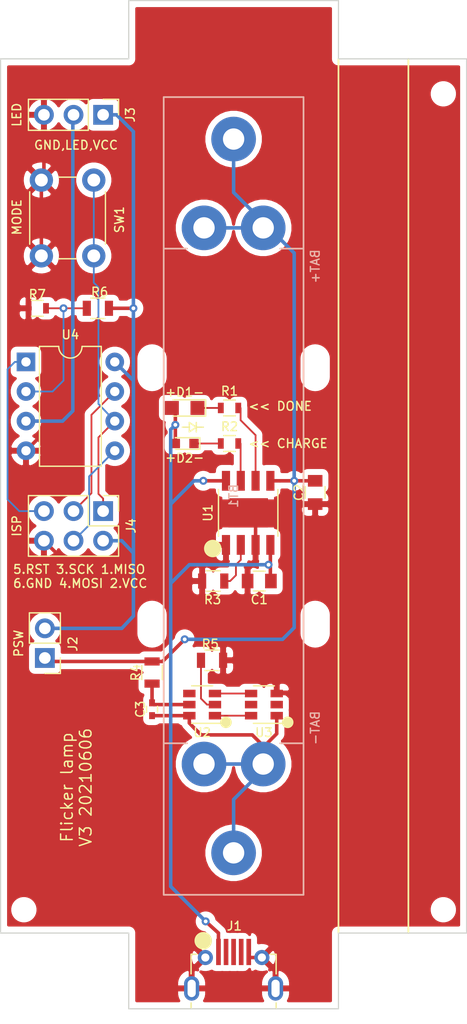
<source format=kicad_pcb>
(kicad_pcb (version 20171130) (host pcbnew 5.1.5+dfsg1-2build2)

  (general
    (thickness 1.6)
    (drawings 32)
    (tracks 176)
    (zones 0)
    (modules 29)
    (nets 21)
  )

  (page A4)
  (layers
    (0 F.Cu signal)
    (31 B.Cu signal)
    (34 B.Paste user)
    (35 F.Paste user)
    (36 B.SilkS user)
    (37 F.SilkS user)
    (38 B.Mask user)
    (39 F.Mask user)
    (44 Edge.Cuts user)
    (45 Margin user)
    (46 B.CrtYd user)
    (47 F.CrtYd user)
  )

  (setup
    (last_trace_width 0.1524)
    (trace_clearance 0.1524)
    (zone_clearance 0.508)
    (zone_45_only no)
    (trace_min 0.1524)
    (via_size 0.6858)
    (via_drill 0.3302)
    (via_min_size 0.508)
    (via_min_drill 0.254)
    (uvia_size 0.6858)
    (uvia_drill 0.3302)
    (uvias_allowed no)
    (uvia_min_size 0)
    (uvia_min_drill 0)
    (edge_width 0.1)
    (segment_width 0.2)
    (pcb_text_width 0.3)
    (pcb_text_size 1.5 1.5)
    (mod_edge_width 0.15)
    (mod_text_size 0.75 0.75)
    (mod_text_width 0.125)
    (pad_size 2.513 3.402)
    (pad_drill 0)
    (pad_to_mask_clearance 0.0508)
    (solder_mask_min_width 0.000051)
    (aux_axis_origin 75 154.38)
    (grid_origin 75 154.38)
    (visible_elements FFFFFF7F)
    (pcbplotparams
      (layerselection 0x010fc_ffffffff)
      (usegerberextensions true)
      (usegerberattributes false)
      (usegerberadvancedattributes false)
      (creategerberjobfile false)
      (excludeedgelayer true)
      (linewidth 0.100000)
      (plotframeref false)
      (viasonmask false)
      (mode 1)
      (useauxorigin false)
      (hpglpennumber 1)
      (hpglpenspeed 20)
      (hpglpendiameter 15.000000)
      (psnegative false)
      (psa4output false)
      (plotreference true)
      (plotvalue true)
      (plotinvisibletext false)
      (padsonsilk false)
      (subtractmaskfromsilk false)
      (outputformat 1)
      (mirror false)
      (drillshape 0)
      (scaleselection 1)
      (outputdirectory "gerber-20210606"))
  )

  (net 0 "")
  (net 1 /LED)
  (net 2 /GND)
  (net 3 /RESET)
  (net 4 /MOSI)
  (net 5 /MISO)
  (net 6 /SCK)
  (net 7 /VUSB)
  (net 8 /VBAT)
  (net 9 /VBATSW)
  (net 10 /AIN)
  (net 11 /BATGND)
  (net 12 /DW_CS)
  (net 13 /DW_OD)
  (net 14 /DW_OC)
  (net 15 /DW_VCC)
  (net 16 /STBY_R)
  (net 17 /CHRG_R)
  (net 18 /TP_nSTDBY)
  (net 19 /TP_nCHRG)
  (net 20 /TP_PROG)

  (net_class Default "This is the default net class."
    (clearance 0.1524)
    (trace_width 0.1524)
    (via_dia 0.6858)
    (via_drill 0.3302)
    (uvia_dia 0.6858)
    (uvia_drill 0.3302)
    (add_net /AIN)
    (add_net /CHRG_R)
    (add_net /DW_CS)
    (add_net /DW_OC)
    (add_net /DW_OD)
    (add_net /LED)
    (add_net /MISO)
    (add_net /MOSI)
    (add_net /RESET)
    (add_net /SCK)
    (add_net /STBY_R)
    (add_net /TP_PROG)
    (add_net /TP_nCHRG)
    (add_net /TP_nSTDBY)
  )

  (net_class Power ""
    (clearance 0.1524)
    (trace_width 0.3048)
    (via_dia 0.6858)
    (via_drill 0.3302)
    (uvia_dia 0.6858)
    (uvia_drill 0.3302)
    (add_net /BATGND)
    (add_net /DW_VCC)
    (add_net /GND)
    (add_net /VBAT)
    (add_net /VBATSW)
    (add_net /VUSB)
  )

  (module project-library:jlcpcb-smt-tooling-hole (layer F.Cu) (tedit 60BD0E69) (tstamp 60BD19CA)
    (at 93 82.38)
    (path /60BDCAFD)
    (fp_text reference H7 (at 0 1.536959) (layer F.SilkS) hide
      (effects (font (size 1 1) (thickness 0.15)))
    )
    (fp_text value "JLCPBC Tooling Hole" (at -0.008518 -1.410477) (layer F.Fab) hide
      (effects (font (size 1 1) (thickness 0.15)))
    )
    (pad "" np_thru_hole circle (at 0 0) (size 1.152 1.152) (drill 1.152) (layers *.Cu *.Mask)
      (solder_mask_margin 0.148) (zone_connect 0))
  )

  (module project-library:jlcpcb-smt-tooling-hole (layer F.Cu) (tedit 60BD0E69) (tstamp 60BD19C5)
    (at 93 152.38)
    (path /60BDC8BF)
    (fp_text reference H6 (at 0 1.536959) (layer F.SilkS) hide
      (effects (font (size 1 1) (thickness 0.15)))
    )
    (fp_text value "JLCPBC Tooling Hole" (at -0.008518 -1.410477) (layer F.Fab) hide
      (effects (font (size 1 1) (thickness 0.15)))
    )
    (pad "" np_thru_hole circle (at 0 0) (size 1.152 1.152) (drill 1.152) (layers *.Cu *.Mask)
      (solder_mask_margin 0.148) (zone_connect 0))
  )

  (module project-library:jlcpcb-smt-tooling-hole (layer F.Cu) (tedit 60BD0E69) (tstamp 60BD19C0)
    (at 57 152.38)
    (path /60BDC2FE)
    (fp_text reference H5 (at 0 1.536959) (layer F.SilkS) hide
      (effects (font (size 1 1) (thickness 0.15)))
    )
    (fp_text value "JLCPBC Tooling Hole" (at -0.008518 -1.410477) (layer F.Fab) hide
      (effects (font (size 1 1) (thickness 0.15)))
    )
    (pad "" np_thru_hole circle (at 0 0) (size 1.152 1.152) (drill 1.152) (layers *.Cu *.Mask)
      (solder_mask_margin 0.148) (zone_connect 0))
  )

  (module Capacitors_SMD:C_0402 (layer F.Cu) (tedit 58AA841A) (tstamp 607E7786)
    (at 68 135.18 270)
    (descr "Capacitor SMD 0402, reflow soldering, AVX (see smccp.pdf)")
    (tags "capacitor 0402")
    (path /608582D4)
    (attr smd)
    (fp_text reference C3 (at 0 1 90) (layer F.SilkS)
      (effects (font (size 0.75 0.75) (thickness 0.125)))
    )
    (fp_text value 0.1uF (at 0 1.27 90) (layer F.Fab)
      (effects (font (size 1 1) (thickness 0.15)))
    )
    (fp_text user %R (at 0 -1.27 90) (layer F.Fab)
      (effects (font (size 1 1) (thickness 0.15)))
    )
    (fp_line (start -0.5 0.25) (end -0.5 -0.25) (layer F.Fab) (width 0.1))
    (fp_line (start 0.5 0.25) (end -0.5 0.25) (layer F.Fab) (width 0.1))
    (fp_line (start 0.5 -0.25) (end 0.5 0.25) (layer F.Fab) (width 0.1))
    (fp_line (start -0.5 -0.25) (end 0.5 -0.25) (layer F.Fab) (width 0.1))
    (fp_line (start 0.25 -0.47) (end -0.25 -0.47) (layer F.SilkS) (width 0.12))
    (fp_line (start -0.25 0.47) (end 0.25 0.47) (layer F.SilkS) (width 0.12))
    (fp_line (start -1 -0.4) (end 1 -0.4) (layer F.CrtYd) (width 0.05))
    (fp_line (start -1 -0.4) (end -1 0.4) (layer F.CrtYd) (width 0.05))
    (fp_line (start 1 0.4) (end 1 -0.4) (layer F.CrtYd) (width 0.05))
    (fp_line (start 1 0.4) (end -1 0.4) (layer F.CrtYd) (width 0.05))
    (pad 1 smd rect (at -0.55 0 270) (size 0.6 0.5) (layers F.Cu F.Paste F.Mask)
      (net 15 /DW_VCC))
    (pad 2 smd rect (at 0.55 0 270) (size 0.6 0.5) (layers F.Cu F.Paste F.Mask)
      (net 11 /BATGND))
    (model Capacitors_SMD.3dshapes/C_0402.wrl
      (at (xyz 0 0 0))
      (scale (xyz 1 1 1))
      (rotate (xyz 0 0 0))
    )
  )

  (module Resistors_SMD:R_0603 (layer F.Cu) (tedit 58E0A804) (tstamp 6098C5C0)
    (at 58.15 100.78 180)
    (descr "Resistor SMD 0603, reflow soldering, Vishay (see dcrcw.pdf)")
    (tags "resistor 0603")
    (path /608B9DF2)
    (attr smd)
    (fp_text reference R7 (at 0 1.2) (layer F.SilkS)
      (effects (font (size 0.75 0.75) (thickness 0.125)))
    )
    (fp_text value 1000R (at 0 1.5) (layer F.Fab)
      (effects (font (size 1 1) (thickness 0.15)))
    )
    (fp_text user %R (at 0 0) (layer F.Fab)
      (effects (font (size 0.4 0.4) (thickness 0.075)))
    )
    (fp_line (start -0.8 0.4) (end -0.8 -0.4) (layer F.Fab) (width 0.1))
    (fp_line (start 0.8 0.4) (end -0.8 0.4) (layer F.Fab) (width 0.1))
    (fp_line (start 0.8 -0.4) (end 0.8 0.4) (layer F.Fab) (width 0.1))
    (fp_line (start -0.8 -0.4) (end 0.8 -0.4) (layer F.Fab) (width 0.1))
    (fp_line (start 0.5 0.68) (end -0.5 0.68) (layer F.SilkS) (width 0.12))
    (fp_line (start -0.5 -0.68) (end 0.5 -0.68) (layer F.SilkS) (width 0.12))
    (fp_line (start -1.25 -0.7) (end 1.25 -0.7) (layer F.CrtYd) (width 0.05))
    (fp_line (start -1.25 -0.7) (end -1.25 0.7) (layer F.CrtYd) (width 0.05))
    (fp_line (start 1.25 0.7) (end 1.25 -0.7) (layer F.CrtYd) (width 0.05))
    (fp_line (start 1.25 0.7) (end -1.25 0.7) (layer F.CrtYd) (width 0.05))
    (pad 1 smd rect (at -0.75 0 180) (size 0.5 0.9) (layers F.Cu F.Paste F.Mask)
      (net 10 /AIN))
    (pad 2 smd rect (at 0.75 0 180) (size 0.5 0.9) (layers F.Cu F.Paste F.Mask)
      (net 2 /GND))
    (model ${KISYS3DMOD}/Resistors_SMD.3dshapes/R_0603.wrl
      (at (xyz 0 0 0))
      (scale (xyz 1 1 1))
      (rotate (xyz 0 0 0))
    )
  )

  (module Resistors_SMD:R_0603 (layer F.Cu) (tedit 58E0A804) (tstamp 60B46D48)
    (at 74.65 112.38)
    (descr "Resistor SMD 0603, reflow soldering, Vishay (see dcrcw.pdf)")
    (tags "resistor 0603")
    (path /608116DA)
    (attr smd)
    (fp_text reference R2 (at 0 -1.45) (layer F.SilkS)
      (effects (font (size 0.75 0.75) (thickness 0.125)))
    )
    (fp_text value 1000R (at 0 1.5) (layer F.Fab)
      (effects (font (size 1 1) (thickness 0.15)))
    )
    (fp_text user %R (at 0 0) (layer F.Fab)
      (effects (font (size 0.4 0.4) (thickness 0.075)))
    )
    (fp_line (start -0.8 0.4) (end -0.8 -0.4) (layer F.Fab) (width 0.1))
    (fp_line (start 0.8 0.4) (end -0.8 0.4) (layer F.Fab) (width 0.1))
    (fp_line (start 0.8 -0.4) (end 0.8 0.4) (layer F.Fab) (width 0.1))
    (fp_line (start -0.8 -0.4) (end 0.8 -0.4) (layer F.Fab) (width 0.1))
    (fp_line (start 0.5 0.68) (end -0.5 0.68) (layer F.SilkS) (width 0.12))
    (fp_line (start -0.5 -0.68) (end 0.5 -0.68) (layer F.SilkS) (width 0.12))
    (fp_line (start -1.25 -0.7) (end 1.25 -0.7) (layer F.CrtYd) (width 0.05))
    (fp_line (start -1.25 -0.7) (end -1.25 0.7) (layer F.CrtYd) (width 0.05))
    (fp_line (start 1.25 0.7) (end 1.25 -0.7) (layer F.CrtYd) (width 0.05))
    (fp_line (start 1.25 0.7) (end -1.25 0.7) (layer F.CrtYd) (width 0.05))
    (pad 1 smd rect (at -0.75 0) (size 0.5 0.9) (layers F.Cu F.Paste F.Mask)
      (net 17 /CHRG_R))
    (pad 2 smd rect (at 0.75 0) (size 0.5 0.9) (layers F.Cu F.Paste F.Mask)
      (net 19 /TP_nCHRG))
    (model ${KISYS3DMOD}/Resistors_SMD.3dshapes/R_0603.wrl
      (at (xyz 0 0 0))
      (scale (xyz 1 1 1))
      (rotate (xyz 0 0 0))
    )
  )

  (module Resistors_SMD:R_0603 (layer F.Cu) (tedit 58E0A804) (tstamp 60B469BB)
    (at 74.65 109.33)
    (descr "Resistor SMD 0603, reflow soldering, Vishay (see dcrcw.pdf)")
    (tags "resistor 0603")
    (path /60811250)
    (attr smd)
    (fp_text reference R1 (at 0 -1.45) (layer F.SilkS)
      (effects (font (size 0.75 0.75) (thickness 0.125)))
    )
    (fp_text value 1000R (at 0 1.5) (layer F.Fab)
      (effects (font (size 1 1) (thickness 0.15)))
    )
    (fp_text user %R (at 0 0) (layer F.Fab)
      (effects (font (size 0.4 0.4) (thickness 0.075)))
    )
    (fp_line (start -0.8 0.4) (end -0.8 -0.4) (layer F.Fab) (width 0.1))
    (fp_line (start 0.8 0.4) (end -0.8 0.4) (layer F.Fab) (width 0.1))
    (fp_line (start 0.8 -0.4) (end 0.8 0.4) (layer F.Fab) (width 0.1))
    (fp_line (start -0.8 -0.4) (end 0.8 -0.4) (layer F.Fab) (width 0.1))
    (fp_line (start 0.5 0.68) (end -0.5 0.68) (layer F.SilkS) (width 0.12))
    (fp_line (start -0.5 -0.68) (end 0.5 -0.68) (layer F.SilkS) (width 0.12))
    (fp_line (start -1.25 -0.7) (end 1.25 -0.7) (layer F.CrtYd) (width 0.05))
    (fp_line (start -1.25 -0.7) (end -1.25 0.7) (layer F.CrtYd) (width 0.05))
    (fp_line (start 1.25 0.7) (end 1.25 -0.7) (layer F.CrtYd) (width 0.05))
    (fp_line (start 1.25 0.7) (end -1.25 0.7) (layer F.CrtYd) (width 0.05))
    (pad 1 smd rect (at -0.75 0) (size 0.5 0.9) (layers F.Cu F.Paste F.Mask)
      (net 16 /STBY_R))
    (pad 2 smd rect (at 0.75 0) (size 0.5 0.9) (layers F.Cu F.Paste F.Mask)
      (net 18 /TP_nSTDBY))
    (model ${KISYS3DMOD}/Resistors_SMD.3dshapes/R_0603.wrl
      (at (xyz 0 0 0))
      (scale (xyz 1 1 1))
      (rotate (xyz 0 0 0))
    )
  )

  (module LEDs:LED_0603 (layer F.Cu) (tedit 57FE93A5) (tstamp 60B46A88)
    (at 70.8 112.38 180)
    (descr "LED 0603 smd package")
    (tags "LED led 0603 SMD smd SMT smt smdled SMDLED smtled SMTLED")
    (path /608122F2)
    (attr smd)
    (fp_text reference D2 (at 0 -1.25) (layer F.SilkS)
      (effects (font (size 0.75 0.75) (thickness 0.125)))
    )
    (fp_text value CHRG (at 0 1.35) (layer F.Fab)
      (effects (font (size 1 1) (thickness 0.15)))
    )
    (fp_line (start -1.3 -0.5) (end -1.3 0.5) (layer F.SilkS) (width 0.12))
    (fp_line (start -0.2 -0.2) (end -0.2 0.2) (layer F.Fab) (width 0.1))
    (fp_line (start -0.15 0) (end 0.15 -0.2) (layer F.Fab) (width 0.1))
    (fp_line (start 0.15 0.2) (end -0.15 0) (layer F.Fab) (width 0.1))
    (fp_line (start 0.15 -0.2) (end 0.15 0.2) (layer F.Fab) (width 0.1))
    (fp_line (start 0.8 0.4) (end -0.8 0.4) (layer F.Fab) (width 0.1))
    (fp_line (start 0.8 -0.4) (end 0.8 0.4) (layer F.Fab) (width 0.1))
    (fp_line (start -0.8 -0.4) (end 0.8 -0.4) (layer F.Fab) (width 0.1))
    (fp_line (start -0.8 0.4) (end -0.8 -0.4) (layer F.Fab) (width 0.1))
    (fp_line (start -1.3 0.5) (end 0.8 0.5) (layer F.SilkS) (width 0.12))
    (fp_line (start -1.3 -0.5) (end 0.8 -0.5) (layer F.SilkS) (width 0.12))
    (fp_line (start 1.45 -0.65) (end 1.45 0.65) (layer F.CrtYd) (width 0.05))
    (fp_line (start 1.45 0.65) (end -1.45 0.65) (layer F.CrtYd) (width 0.05))
    (fp_line (start -1.45 0.65) (end -1.45 -0.65) (layer F.CrtYd) (width 0.05))
    (fp_line (start -1.45 -0.65) (end 1.45 -0.65) (layer F.CrtYd) (width 0.05))
    (pad 2 smd rect (at 0.8 0) (size 0.8 0.8) (layers F.Cu F.Paste F.Mask)
      (net 7 /VUSB))
    (pad 1 smd rect (at -0.8 0) (size 0.8 0.8) (layers F.Cu F.Paste F.Mask)
      (net 17 /CHRG_R))
    (model ${KISYS3DMOD}/LEDs.3dshapes/LED_0603.wrl
      (at (xyz 0 0 0))
      (scale (xyz 1 1 1))
      (rotate (xyz 0 0 180))
    )
  )

  (module LEDs:LED_0805 (layer F.Cu) (tedit 59959803) (tstamp 60B46AF4)
    (at 70.8 109.33 180)
    (descr "LED 0805 smd package")
    (tags "LED led 0805 SMD smd SMT smt smdled SMDLED smtled SMTLED")
    (path /60811C9A)
    (attr smd)
    (fp_text reference D1 (at 0 1.35) (layer F.SilkS)
      (effects (font (size 0.75 0.75) (thickness 0.125)))
    )
    (fp_text value STBY (at 0 1.55) (layer F.Fab)
      (effects (font (size 1 1) (thickness 0.15)))
    )
    (fp_line (start -1.8 -0.7) (end -1.8 0.7) (layer F.SilkS) (width 0.12))
    (fp_line (start -0.4 -0.4) (end -0.4 0.4) (layer F.Fab) (width 0.1))
    (fp_line (start -0.4 0) (end 0.2 -0.4) (layer F.Fab) (width 0.1))
    (fp_line (start 0.2 0.4) (end -0.4 0) (layer F.Fab) (width 0.1))
    (fp_line (start 0.2 -0.4) (end 0.2 0.4) (layer F.Fab) (width 0.1))
    (fp_line (start 1 0.6) (end -1 0.6) (layer F.Fab) (width 0.1))
    (fp_line (start 1 -0.6) (end 1 0.6) (layer F.Fab) (width 0.1))
    (fp_line (start -1 -0.6) (end 1 -0.6) (layer F.Fab) (width 0.1))
    (fp_line (start -1 0.6) (end -1 -0.6) (layer F.Fab) (width 0.1))
    (fp_line (start -1.8 0.7) (end 1 0.7) (layer F.SilkS) (width 0.12))
    (fp_line (start -1.8 -0.7) (end 1 -0.7) (layer F.SilkS) (width 0.12))
    (fp_line (start 1.95 -0.85) (end 1.95 0.85) (layer F.CrtYd) (width 0.05))
    (fp_line (start 1.95 0.85) (end -1.95 0.85) (layer F.CrtYd) (width 0.05))
    (fp_line (start -1.95 0.85) (end -1.95 -0.85) (layer F.CrtYd) (width 0.05))
    (fp_line (start -1.95 -0.85) (end 1.95 -0.85) (layer F.CrtYd) (width 0.05))
    (fp_text user %R (at 0 -1.25) (layer F.Fab)
      (effects (font (size 0.4 0.4) (thickness 0.1)))
    )
    (pad 2 smd rect (at 1.1 0) (size 1.2 1.2) (layers F.Cu F.Paste F.Mask)
      (net 7 /VUSB))
    (pad 1 smd rect (at -1.1 0) (size 1.2 1.2) (layers F.Cu F.Paste F.Mask)
      (net 16 /STBY_R))
    (model ${KISYS3DMOD}/LEDs.3dshapes/LED_0805.wrl
      (at (xyz 0 0 0))
      (scale (xyz 1 1 1))
      (rotate (xyz 0 0 180))
    )
  )

  (module project-library:SOT-23-6-LCSC (layer F.Cu) (tedit 60B9BD6A) (tstamp 60B4629C)
    (at 77.6 134.78)
    (descr "6-pin SOT-23 package")
    (tags SOT-23-6)
    (path /6080E339)
    (attr smd)
    (fp_text reference U3 (at 0 2.4 180) (layer F.SilkS)
      (effects (font (size 0.75 0.75) (thickness 0.125)))
    )
    (fp_text value FS8205 (at 0 -2.9 180) (layer F.Fab)
      (effects (font (size 1 1) (thickness 0.15)))
    )
    (fp_circle (center 2.04 1.52) (end 2.04 1.52) (layer F.SilkS) (width 0.5))
    (fp_text user %R (at 0 0 270) (layer F.Fab)
      (effects (font (size 0.5 0.5) (thickness 0.075)))
    )
    (fp_line (start 0.9 -1.61) (end -0.9 -1.61) (layer F.SilkS) (width 0.12))
    (fp_line (start -0.9 1.61) (end 1.55 1.61) (layer F.SilkS) (width 0.12))
    (fp_line (start -1.9 1.8) (end 1.9 1.8) (layer F.CrtYd) (width 0.05))
    (fp_line (start -1.9 -1.8) (end -1.9 1.8) (layer F.CrtYd) (width 0.05))
    (fp_line (start 1.9 -1.8) (end -1.9 -1.8) (layer F.CrtYd) (width 0.05))
    (fp_line (start 1.9 1.8) (end 1.9 -1.8) (layer F.CrtYd) (width 0.05))
    (fp_line (start 0.9 0.9) (end 0.25 1.55) (layer F.Fab) (width 0.1))
    (fp_line (start -0.9 1.55) (end 0.25 1.55) (layer F.Fab) (width 0.1))
    (fp_line (start 0.9 0.9) (end 0.9 -1.55) (layer F.Fab) (width 0.1))
    (fp_line (start -0.9 -1.55) (end 0.9 -1.55) (layer F.Fab) (width 0.1))
    (fp_line (start -0.9 1.55) (end -0.9 -1.55) (layer F.Fab) (width 0.1))
    (pad 1 smd rect (at 1.1 0.95 180) (size 1.06 0.65) (layers F.Cu F.Paste F.Mask)
      (net 11 /BATGND))
    (pad 2 smd rect (at 1.1 0 180) (size 1.06 0.65) (layers F.Cu F.Paste F.Mask))
    (pad 3 smd rect (at 1.1 -0.95 180) (size 1.06 0.65) (layers F.Cu F.Paste F.Mask)
      (net 2 /GND))
    (pad 4 smd rect (at -1.1 -0.95 180) (size 1.06 0.65) (layers F.Cu F.Paste F.Mask)
      (net 14 /DW_OC))
    (pad 6 smd rect (at -1.1 0.95 180) (size 1.06 0.65) (layers F.Cu F.Paste F.Mask)
      (net 13 /DW_OD))
    (pad 5 smd rect (at -1.1 0 180) (size 1.06 0.65) (layers F.Cu F.Paste F.Mask))
    (model ${KISYS3DMOD}/TO_SOT_Packages_SMD.3dshapes/SOT-23-6.wrl
      (at (xyz 0 0 0))
      (scale (xyz 1 1 1))
      (rotate (xyz 0 0 0))
    )
  )

  (module project-library:SOT-23-6-LCSC (layer F.Cu) (tedit 60B9BD6A) (tstamp 60B46330)
    (at 72.3 134.78)
    (descr "6-pin SOT-23 package")
    (tags SOT-23-6)
    (path /60849766)
    (attr smd)
    (fp_text reference U2 (at 0 2.4 180) (layer F.SilkS)
      (effects (font (size 0.75 0.75) (thickness 0.125)))
    )
    (fp_text value DW01+G (at 0 -2.9 180) (layer F.Fab)
      (effects (font (size 1 1) (thickness 0.15)))
    )
    (fp_circle (center 2.04 1.52) (end 2.04 1.52) (layer F.SilkS) (width 0.5))
    (fp_text user %R (at 0 0 270) (layer F.Fab)
      (effects (font (size 0.5 0.5) (thickness 0.075)))
    )
    (fp_line (start 0.9 -1.61) (end -0.9 -1.61) (layer F.SilkS) (width 0.12))
    (fp_line (start -0.9 1.61) (end 1.55 1.61) (layer F.SilkS) (width 0.12))
    (fp_line (start -1.9 1.8) (end 1.9 1.8) (layer F.CrtYd) (width 0.05))
    (fp_line (start -1.9 -1.8) (end -1.9 1.8) (layer F.CrtYd) (width 0.05))
    (fp_line (start 1.9 -1.8) (end -1.9 -1.8) (layer F.CrtYd) (width 0.05))
    (fp_line (start 1.9 1.8) (end 1.9 -1.8) (layer F.CrtYd) (width 0.05))
    (fp_line (start 0.9 0.9) (end 0.25 1.55) (layer F.Fab) (width 0.1))
    (fp_line (start -0.9 1.55) (end 0.25 1.55) (layer F.Fab) (width 0.1))
    (fp_line (start 0.9 0.9) (end 0.9 -1.55) (layer F.Fab) (width 0.1))
    (fp_line (start -0.9 -1.55) (end 0.9 -1.55) (layer F.Fab) (width 0.1))
    (fp_line (start -0.9 1.55) (end -0.9 -1.55) (layer F.Fab) (width 0.1))
    (pad 1 smd rect (at 1.1 0.95 180) (size 1.06 0.65) (layers F.Cu F.Paste F.Mask)
      (net 13 /DW_OD))
    (pad 2 smd rect (at 1.1 0 180) (size 1.06 0.65) (layers F.Cu F.Paste F.Mask)
      (net 12 /DW_CS))
    (pad 3 smd rect (at 1.1 -0.95 180) (size 1.06 0.65) (layers F.Cu F.Paste F.Mask)
      (net 14 /DW_OC))
    (pad 4 smd rect (at -1.1 -0.95 180) (size 1.06 0.65) (layers F.Cu F.Paste F.Mask))
    (pad 6 smd rect (at -1.1 0.95 180) (size 1.06 0.65) (layers F.Cu F.Paste F.Mask)
      (net 11 /BATGND))
    (pad 5 smd rect (at -1.1 0 180) (size 1.06 0.65) (layers F.Cu F.Paste F.Mask)
      (net 15 /DW_VCC))
    (model ${KISYS3DMOD}/TO_SOT_Packages_SMD.3dshapes/SOT-23-6.wrl
      (at (xyz 0 0 0))
      (scale (xyz 1 1 1))
      (rotate (xyz 0 0 0))
    )
  )

  (module project-library:LCSC-C16581-TP4056-ESOP-8 (layer F.Cu) (tedit 60B9B544) (tstamp 60B46A4E)
    (at 76.25 118.33)
    (path /6081A84E)
    (attr smd)
    (fp_text reference U1 (at -3.45 0 270) (layer F.SilkS)
      (effects (font (size 0.75 0.75) (thickness 0.125)))
    )
    (fp_text value TP4056 (at -3.55 0 270) (layer F.Fab)
      (effects (font (size 1 1) (thickness 0.15)))
    )
    (fp_circle (center -3.04 3.06) (end -3.04 3.06) (layer F.SilkS) (width 0.75))
    (fp_line (start -2.55 -2) (end -2.55 2) (layer F.SilkS) (width 0.125))
    (fp_text user %R (at 0 0 270) (layer F.Fab)
      (effects (font (size 1 1) (thickness 0.15)))
    )
    (fp_line (start -3.05 4.1) (end -3.05 -4.1) (layer F.CrtYd) (width 0.05))
    (fp_line (start -3.05 -4.1) (end 3.05 -4.1) (layer F.CrtYd) (width 0.05))
    (fp_line (start 3.05 -4.1) (end 3.05 4.1) (layer F.CrtYd) (width 0.05))
    (fp_line (start 3.05 4.1) (end -3.05 4.1) (layer F.CrtYd) (width 0.05))
    (fp_line (start 2.55 -2) (end 2.55 2) (layer F.SilkS) (width 0.125))
    (pad 9 smd rect (at 0 0 90) (size 2.513 3.402) (layers F.Cu F.Paste F.Mask)
      (net 2 /GND))
    (pad 8 smd rect (at -1.905 -2.75 90) (size 1.7 0.7) (layers F.Cu F.Paste F.Mask)
      (net 7 /VUSB))
    (pad 7 smd rect (at -0.635 -2.75 90) (size 1.7 0.7) (layers F.Cu F.Paste F.Mask)
      (net 19 /TP_nCHRG))
    (pad 6 smd rect (at 0.635 -2.75 90) (size 1.7 0.7) (layers F.Cu F.Paste F.Mask)
      (net 18 /TP_nSTDBY))
    (pad 5 smd rect (at 1.905 -2.75 90) (size 1.7 0.7) (layers F.Cu F.Paste F.Mask)
      (net 8 /VBAT))
    (pad 4 smd rect (at 1.905 2.75 90) (size 1.7 0.7) (layers F.Cu F.Paste F.Mask)
      (net 7 /VUSB))
    (pad 3 smd rect (at 0.635 2.75 90) (size 1.7 0.7) (layers F.Cu F.Paste F.Mask)
      (net 2 /GND))
    (pad 2 smd rect (at -0.635 2.75 90) (size 1.7 0.7) (layers F.Cu F.Paste F.Mask)
      (net 20 /TP_PROG))
    (pad 1 smd rect (at -1.905 2.75 90) (size 1.7 0.7) (layers F.Cu F.Paste F.Mask)
      (net 2 /GND))
    (model ${KISYS3DMOD}/Package_SO.3dshapes/SOP-8-1EP_4.57x4.57mm_P1.27mm_EP4.57x4.45mm.wrl
      (at (xyz 0 0 0))
      (scale (xyz 1 1 1))
      (rotate (xyz 0 0 0))
    )
  )

  (module project-library:LCSC-C10418-USB-uB (layer F.Cu) (tedit 60BD0901) (tstamp 60B87C4A)
    (at 75 157.58 270)
    (path /607FE937)
    (attr smd)
    (fp_text reference J1 (at -3.8 -0.0675) (layer F.SilkS)
      (effects (font (size 0.75 0.75) (thickness 0.125)))
    )
    (fp_text value uUSB (at 5.9 -0.0425 180) (layer F.Fab)
      (effects (font (size 1 1) (thickness 0.15)))
    )
    (fp_circle (center -2.54 2.6075) (end -2.54 2.6075) (layer F.SilkS) (width 0.75))
    (fp_line (start 0.3 3.65) (end -1.38 3.65) (layer F.SilkS) (width 0.125))
    (fp_line (start 3.3 3.65) (end 2.8 3.65) (layer F.SilkS) (width 0.125))
    (fp_line (start 2.8 -3.65) (end 3.3 -3.65) (layer F.SilkS) (width 0.125))
    (fp_line (start 0.3 -3.65) (end -1.38 -3.65) (layer F.SilkS) (width 0.125))
    (fp_line (start 3.3 -3.65) (end 3.3 3.65) (layer F.Fab) (width 0.1))
    (fp_line (start -1.38 -3.65) (end 3.68 -3.65) (layer F.Fab) (width 0.1))
    (fp_line (start -1.38 3.65) (end -1.38 -3.65) (layer F.Fab) (width 0.1))
    (fp_line (start -1.38 3.65) (end 3.68 3.65) (layer F.Fab) (width 0.1))
    (fp_text user "PCB Edge" (at 3.3 -0.0675) (layer Dwgs.User)
      (effects (font (size 0.5 0.5) (thickness 0.08)))
    )
    (fp_line (start -3.375 -5.85) (end -3.375 5.85) (layer F.CrtYd) (width 0.05))
    (fp_line (start -3.375 5.85) (end 4.6 5.85) (layer F.CrtYd) (width 0.05))
    (fp_line (start 4.6 5.85) (end 4.6 -5.85) (layer F.CrtYd) (width 0.05))
    (fp_line (start 4.6 -5.85) (end -3.375 -5.85) (layer F.CrtYd) (width 0.05))
    (fp_text user %R (at 1.55 -0.0675) (layer F.Fab)
      (effects (font (size 1 1) (thickness 0.15)))
    )
    (fp_line (start -1.38 -3.15) (end -1.38 -3.65) (layer F.SilkS) (width 0.125))
    (fp_line (start -1.38 3.15) (end -1.38 3.65) (layer F.SilkS) (width 0.125))
    (fp_line (start 3.68 -3.65) (end 3.68 3.65) (layer F.Fab) (width 0.1))
    (fp_line (start 3.68 -3.65) (end 4.08 -4.05) (layer F.Fab) (width 0.1))
    (fp_line (start 3.68 3.65) (end 4.08 4.05) (layer F.Fab) (width 0.1))
    (pad 7 thru_hole oval (at 1.55 -3.6 180) (size 1.3 2.1) (drill oval 0.7 1.5) (layers *.Cu *.Mask)
      (net 2 /GND))
    (pad 8 thru_hole oval (at 1.55 3.6 180) (size 1.3 2.1) (drill oval 0.7 1.5) (layers *.Cu *.Mask)
      (net 2 /GND))
    (pad 5 smd rect (at -1.575 -1.3 180) (size 0.4 2.25) (layers F.Cu F.Paste F.Mask)
      (net 2 /GND))
    (pad 4 smd rect (at -1.575 -0.65 180) (size 0.4 2.25) (layers F.Cu F.Paste F.Mask))
    (pad 3 smd rect (at -1.575 0 180) (size 0.4 2.25) (layers F.Cu F.Paste F.Mask))
    (pad 2 smd rect (at -1.575 0.65 180) (size 0.4 2.25) (layers F.Cu F.Paste F.Mask))
    (pad 1 smd rect (at -1.575 1.3 180) (size 0.4 2.25) (layers F.Cu F.Paste F.Mask)
      (net 7 /VUSB))
    (pad 9 thru_hole circle (at -1.1 2.425) (size 1.3 1.3) (drill oval 0.7) (layers *.Cu *.Mask)
      (net 2 /GND))
    (pad 6 thru_hole circle (at -1.1 -2.425) (size 1.3 1.3) (drill oval 0.7) (layers *.Cu *.Mask)
      (net 2 /GND))
  )

  (module Housings_DIP:DIP-8_W7.62mm (layer F.Cu) (tedit 59C78D6B) (tstamp 60B47F15)
    (at 57.18 105.38)
    (descr "8-lead though-hole mounted DIP package, row spacing 7.62 mm (300 mils)")
    (tags "THT DIP DIL PDIP 2.54mm 7.62mm 300mil")
    (path /5AF8FD74)
    (fp_text reference U4 (at 3.81 -2.33) (layer F.SilkS)
      (effects (font (size 0.75 0.75) (thickness 0.125)))
    )
    (fp_text value ATTINY13A-PU (at 3.81 9.95) (layer F.Fab) hide
      (effects (font (size 1 1) (thickness 0.15)))
    )
    (fp_arc (start 3.81 -1.33) (end 2.81 -1.33) (angle -180) (layer F.SilkS) (width 0.12))
    (fp_line (start 1.635 -1.27) (end 6.985 -1.27) (layer F.Fab) (width 0.1))
    (fp_line (start 6.985 -1.27) (end 6.985 8.89) (layer F.Fab) (width 0.1))
    (fp_line (start 6.985 8.89) (end 0.635 8.89) (layer F.Fab) (width 0.1))
    (fp_line (start 0.635 8.89) (end 0.635 -0.27) (layer F.Fab) (width 0.1))
    (fp_line (start 0.635 -0.27) (end 1.635 -1.27) (layer F.Fab) (width 0.1))
    (fp_line (start 2.81 -1.33) (end 1.16 -1.33) (layer F.SilkS) (width 0.12))
    (fp_line (start 1.16 -1.33) (end 1.16 8.95) (layer F.SilkS) (width 0.12))
    (fp_line (start 1.16 8.95) (end 6.46 8.95) (layer F.SilkS) (width 0.12))
    (fp_line (start 6.46 8.95) (end 6.46 -1.33) (layer F.SilkS) (width 0.12))
    (fp_line (start 6.46 -1.33) (end 4.81 -1.33) (layer F.SilkS) (width 0.12))
    (fp_line (start -1.1 -1.55) (end -1.1 9.15) (layer F.CrtYd) (width 0.05))
    (fp_line (start -1.1 9.15) (end 8.7 9.15) (layer F.CrtYd) (width 0.05))
    (fp_line (start 8.7 9.15) (end 8.7 -1.55) (layer F.CrtYd) (width 0.05))
    (fp_line (start 8.7 -1.55) (end -1.1 -1.55) (layer F.CrtYd) (width 0.05))
    (fp_text user %R (at 3.81 3.81) (layer F.Fab)
      (effects (font (size 1 1) (thickness 0.15)))
    )
    (pad 1 thru_hole rect (at 0 0) (size 1.6 1.6) (drill 0.8) (layers *.Cu *.Mask)
      (net 3 /RESET))
    (pad 5 thru_hole oval (at 7.62 7.62) (size 1.6 1.6) (drill 0.8) (layers *.Cu *.Mask)
      (net 4 /MOSI))
    (pad 2 thru_hole oval (at 0 2.54) (size 1.6 1.6) (drill 0.8) (layers *.Cu *.Mask)
      (net 10 /AIN))
    (pad 6 thru_hole oval (at 7.62 5.08) (size 1.6 1.6) (drill 0.8) (layers *.Cu *.Mask)
      (net 5 /MISO))
    (pad 3 thru_hole oval (at 0 5.08) (size 1.6 1.6) (drill 0.8) (layers *.Cu *.Mask)
      (net 1 /LED))
    (pad 7 thru_hole oval (at 7.62 2.54) (size 1.6 1.6) (drill 0.8) (layers *.Cu *.Mask)
      (net 6 /SCK))
    (pad 4 thru_hole oval (at 0 7.62) (size 1.6 1.6) (drill 0.8) (layers *.Cu *.Mask)
      (net 2 /GND))
    (pad 8 thru_hole oval (at 7.62 0) (size 1.6 1.6) (drill 0.8) (layers *.Cu *.Mask)
      (net 9 /VBATSW))
    (model ${KISYS3DMOD}/Housings_DIP.3dshapes/DIP-8_W7.62mm.wrl
      (at (xyz 0 0 0))
      (scale (xyz 1 1 1))
      (rotate (xyz 0 0 0))
    )
  )

  (module project-library:hole-3mm-1.5mm-oval (layer F.Cu) (tedit 60B41571) (tstamp 60B42901)
    (at 82 127.88 90)
    (path /60B4AE00)
    (fp_text reference H4 (at 0 1.536959 90) (layer F.SilkS) hide
      (effects (font (size 1 1) (thickness 0.15)))
    )
    (fp_text value "Battery Strap Hole" (at -0.008518 -1.410477 90) (layer F.Fab)
      (effects (font (size 1 1) (thickness 0.15)))
    )
    (pad "" np_thru_hole oval (at 0 0 90) (size 3 1.5) (drill oval 3 1.5) (layers *.Cu *.Mask))
  )

  (module project-library:hole-3mm-1.5mm-oval (layer F.Cu) (tedit 60B41571) (tstamp 60B46943)
    (at 68 127.88 90)
    (path /60B4A850)
    (fp_text reference H3 (at 0 1.536959 90) (layer F.SilkS) hide
      (effects (font (size 1 1) (thickness 0.15)))
    )
    (fp_text value "Battery Strap Hole" (at -0.008518 -1.410477 90) (layer F.Fab)
      (effects (font (size 1 1) (thickness 0.15)))
    )
    (pad "" np_thru_hole oval (at 0 0 90) (size 3 1.5) (drill oval 3 1.5) (layers *.Cu *.Mask))
  )

  (module project-library:hole-3mm-1.5mm-oval (layer F.Cu) (tedit 60B41571) (tstamp 60B428F7)
    (at 82 105.88 90)
    (path /60B4A2A5)
    (fp_text reference H2 (at 0 1.536959 90) (layer F.SilkS) hide
      (effects (font (size 1 1) (thickness 0.15)))
    )
    (fp_text value "Battery Strap Hole" (at -0.008518 -1.410477 90) (layer F.Fab)
      (effects (font (size 1 1) (thickness 0.15)))
    )
    (pad "" np_thru_hole oval (at 0 0 90) (size 3 1.5) (drill oval 3 1.5) (layers *.Cu *.Mask))
  )

  (module project-library:hole-3mm-1.5mm-oval (layer F.Cu) (tedit 60B41571) (tstamp 60B428F2)
    (at 68 105.88 90)
    (path /60B49293)
    (fp_text reference H1 (at 0 1.536959 90) (layer F.SilkS) hide
      (effects (font (size 1 1) (thickness 0.15)))
    )
    (fp_text value "Battery Strap Hole" (at -0.008518 -1.410477 90) (layer F.Fab)
      (effects (font (size 1 1) (thickness 0.15)))
    )
    (pad "" np_thru_hole oval (at 0 0 90) (size 3 1.5) (drill oval 3 1.5) (layers *.Cu *.Mask))
  )

  (module project-library:Bat_Clip_Keystone_54_65mm (layer B.Cu) (tedit 60BC4F13) (tstamp 60B47199)
    (at 75 116.88 270)
    (path /6084A58C)
    (fp_text reference BT1 (at 0 0 270) (layer B.SilkS)
      (effects (font (size 0.75 0.75) (thickness 0.125)) (justify mirror))
    )
    (fp_text value 18650 (at 0 3.81 270) (layer B.Fab)
      (effects (font (size 1 1) (thickness 0.15)) (justify mirror))
    )
    (fp_line (start 21.22 -6) (end 21.22 -4) (layer B.SilkS) (width 0.15))
    (fp_line (start 21.22 4) (end 21.22 6) (layer B.SilkS) (width 0.15))
    (fp_line (start -21.22 4) (end -21.22 6) (layer B.SilkS) (width 0.15))
    (fp_line (start -21.22 -6) (end -21.22 -4) (layer B.SilkS) (width 0.15))
    (fp_line (start -34.22 -6) (end -34.22 6) (layer B.SilkS) (width 0.15))
    (fp_line (start 34.22 6) (end 34.22 -6) (layer B.SilkS) (width 0.15))
    (fp_line (start 34.22 -6) (end -34.22 -6) (layer B.SilkS) (width 0.15))
    (fp_line (start -34.22 6) (end 34.22 6) (layer B.SilkS) (width 0.15))
    (pad 2 thru_hole circle (at 23 -2.54 270) (size 3.83 3.83) (drill 1.83) (layers *.Cu *.Mask)
      (net 11 /BATGND))
    (pad 2 thru_hole circle (at 23 2.54 270) (size 3.83 3.83) (drill 1.83) (layers *.Cu *.Mask)
      (net 11 /BATGND))
    (pad 2 thru_hole circle (at 30.62 0 270) (size 3.83 3.83) (drill 1.83) (layers *.Cu *.Mask)
      (net 11 /BATGND))
    (pad 1 thru_hole circle (at -30.62 0 270) (size 3.83 3.83) (drill 1.83) (layers *.Cu *.Mask)
      (net 8 /VBAT))
    (pad 1 thru_hole circle (at -23 2.54 270) (size 3.83 3.83) (drill 1.83) (layers *.Cu *.Mask)
      (net 8 /VBAT))
    (pad 1 thru_hole circle (at -23 -2.54 270) (size 3.83 3.83) (drill 1.83) (layers *.Cu *.Mask)
      (net 8 /VBAT))
  )

  (module Buttons_Switches_THT:SW_PUSH_6mm (layer F.Cu) (tedit 5923F252) (tstamp 6098C689)
    (at 63 89.78 270)
    (descr https://www.omron.com/ecb/products/pdf/en-b3f.pdf)
    (tags "tact sw push 6mm")
    (path /608DE41E)
    (fp_text reference SW1 (at 3.4 -2.2 90) (layer F.SilkS)
      (effects (font (size 0.75 0.75) (thickness 0.125)))
    )
    (fp_text value B3F-1050 (at 3.75 6.7 90) (layer F.Fab)
      (effects (font (size 1 1) (thickness 0.15)))
    )
    (fp_text user %R (at 3.25 2.25 90) (layer F.Fab)
      (effects (font (size 1 1) (thickness 0.15)))
    )
    (fp_line (start 3.25 -0.75) (end 6.25 -0.75) (layer F.Fab) (width 0.1))
    (fp_line (start 6.25 -0.75) (end 6.25 5.25) (layer F.Fab) (width 0.1))
    (fp_line (start 6.25 5.25) (end 0.25 5.25) (layer F.Fab) (width 0.1))
    (fp_line (start 0.25 5.25) (end 0.25 -0.75) (layer F.Fab) (width 0.1))
    (fp_line (start 0.25 -0.75) (end 3.25 -0.75) (layer F.Fab) (width 0.1))
    (fp_line (start 7.75 6) (end 8 6) (layer F.CrtYd) (width 0.05))
    (fp_line (start 8 6) (end 8 5.75) (layer F.CrtYd) (width 0.05))
    (fp_line (start 7.75 -1.5) (end 8 -1.5) (layer F.CrtYd) (width 0.05))
    (fp_line (start 8 -1.5) (end 8 -1.25) (layer F.CrtYd) (width 0.05))
    (fp_line (start -1.5 -1.25) (end -1.5 -1.5) (layer F.CrtYd) (width 0.05))
    (fp_line (start -1.5 -1.5) (end -1.25 -1.5) (layer F.CrtYd) (width 0.05))
    (fp_line (start -1.5 5.75) (end -1.5 6) (layer F.CrtYd) (width 0.05))
    (fp_line (start -1.5 6) (end -1.25 6) (layer F.CrtYd) (width 0.05))
    (fp_line (start -1.25 -1.5) (end 7.75 -1.5) (layer F.CrtYd) (width 0.05))
    (fp_line (start -1.5 5.75) (end -1.5 -1.25) (layer F.CrtYd) (width 0.05))
    (fp_line (start 7.75 6) (end -1.25 6) (layer F.CrtYd) (width 0.05))
    (fp_line (start 8 -1.25) (end 8 5.75) (layer F.CrtYd) (width 0.05))
    (fp_line (start 1 5.5) (end 5.5 5.5) (layer F.SilkS) (width 0.12))
    (fp_line (start -0.25 1.5) (end -0.25 3) (layer F.SilkS) (width 0.12))
    (fp_line (start 5.5 -1) (end 1 -1) (layer F.SilkS) (width 0.12))
    (fp_line (start 6.75 3) (end 6.75 1.5) (layer F.SilkS) (width 0.12))
    (fp_circle (center 3.25 2.25) (end 1.25 2.5) (layer F.Fab) (width 0.1))
    (pad 2 thru_hole circle (at 0 4.5) (size 2 2) (drill 1.1) (layers *.Cu *.Mask)
      (net 2 /GND))
    (pad 1 thru_hole circle (at 0 0) (size 2 2) (drill 1.1) (layers *.Cu *.Mask)
      (net 5 /MISO))
    (pad 2 thru_hole circle (at 6.5 4.5) (size 2 2) (drill 1.1) (layers *.Cu *.Mask)
      (net 2 /GND))
    (pad 1 thru_hole circle (at 6.5 0) (size 2 2) (drill 1.1) (layers *.Cu *.Mask)
      (net 5 /MISO))
    (model ${KISYS3DMOD}/Buttons_Switches_THT.3dshapes/SW_PUSH_6mm.wrl
      (offset (xyz 0.1269999980926514 0 0))
      (scale (xyz 0.3937 0.3937 0.3937))
      (rotate (xyz 0 0 0))
    )
  )

  (module Resistors_SMD:R_0805 (layer F.Cu) (tedit 58E0A804) (tstamp 6098C5F0)
    (at 63.35 100.78 180)
    (descr "Resistor SMD 0805, reflow soldering, Vishay (see dcrcw.pdf)")
    (tags "resistor 0805")
    (path /608B9815)
    (attr smd)
    (fp_text reference R6 (at -0.15 1.4) (layer F.SilkS)
      (effects (font (size 0.75 0.75) (thickness 0.125)))
    )
    (fp_text value 3900R (at 0 1.75) (layer F.Fab)
      (effects (font (size 1 1) (thickness 0.15)))
    )
    (fp_text user %R (at 0 0) (layer F.Fab)
      (effects (font (size 1 1) (thickness 0.15)))
    )
    (fp_line (start -1 0.62) (end -1 -0.62) (layer F.Fab) (width 0.1))
    (fp_line (start 1 0.62) (end -1 0.62) (layer F.Fab) (width 0.1))
    (fp_line (start 1 -0.62) (end 1 0.62) (layer F.Fab) (width 0.1))
    (fp_line (start -1 -0.62) (end 1 -0.62) (layer F.Fab) (width 0.1))
    (fp_line (start 0.6 0.88) (end -0.6 0.88) (layer F.SilkS) (width 0.12))
    (fp_line (start -0.6 -0.88) (end 0.6 -0.88) (layer F.SilkS) (width 0.12))
    (fp_line (start -1.55 -0.9) (end 1.55 -0.9) (layer F.CrtYd) (width 0.05))
    (fp_line (start -1.55 -0.9) (end -1.55 0.9) (layer F.CrtYd) (width 0.05))
    (fp_line (start 1.55 0.9) (end 1.55 -0.9) (layer F.CrtYd) (width 0.05))
    (fp_line (start 1.55 0.9) (end -1.55 0.9) (layer F.CrtYd) (width 0.05))
    (pad 1 smd rect (at -0.95 0 180) (size 0.7 1.3) (layers F.Cu F.Paste F.Mask)
      (net 9 /VBATSW))
    (pad 2 smd rect (at 0.95 0 180) (size 0.7 1.3) (layers F.Cu F.Paste F.Mask)
      (net 10 /AIN))
    (model ${KISYS3DMOD}/Resistors_SMD.3dshapes/R_0805.wrl
      (at (xyz 0 0 0))
      (scale (xyz 1 1 1))
      (rotate (xyz 0 0 0))
    )
  )

  (module Capacitors_SMD:C_0805 (layer F.Cu) (tedit 58AA8463) (tstamp 60B46A1B)
    (at 82 116.58 270)
    (descr "Capacitor SMD 0805, reflow soldering, AVX (see smccp.pdf)")
    (tags "capacitor 0805")
    (path /6085902A)
    (attr smd)
    (fp_text reference C2 (at 0 1.4 270) (layer F.SilkS)
      (effects (font (size 0.75 0.75) (thickness 0.125)))
    )
    (fp_text value 10uF (at 0 1.75 90) (layer F.Fab)
      (effects (font (size 1 1) (thickness 0.15)))
    )
    (fp_text user %R (at 0 -1.5 90) (layer F.Fab)
      (effects (font (size 1 1) (thickness 0.15)))
    )
    (fp_line (start -1 0.62) (end -1 -0.62) (layer F.Fab) (width 0.1))
    (fp_line (start 1 0.62) (end -1 0.62) (layer F.Fab) (width 0.1))
    (fp_line (start 1 -0.62) (end 1 0.62) (layer F.Fab) (width 0.1))
    (fp_line (start -1 -0.62) (end 1 -0.62) (layer F.Fab) (width 0.1))
    (fp_line (start 0.5 -0.85) (end -0.5 -0.85) (layer F.SilkS) (width 0.12))
    (fp_line (start -0.5 0.85) (end 0.5 0.85) (layer F.SilkS) (width 0.12))
    (fp_line (start -1.75 -0.88) (end 1.75 -0.88) (layer F.CrtYd) (width 0.05))
    (fp_line (start -1.75 -0.88) (end -1.75 0.87) (layer F.CrtYd) (width 0.05))
    (fp_line (start 1.75 0.87) (end 1.75 -0.88) (layer F.CrtYd) (width 0.05))
    (fp_line (start 1.75 0.87) (end -1.75 0.87) (layer F.CrtYd) (width 0.05))
    (pad 1 smd rect (at -1 0 270) (size 1 1.25) (layers F.Cu F.Paste F.Mask)
      (net 8 /VBAT))
    (pad 2 smd rect (at 1 0 270) (size 1 1.25) (layers F.Cu F.Paste F.Mask)
      (net 2 /GND))
    (model Capacitors_SMD.3dshapes/C_0805.wrl
      (at (xyz 0 0 0))
      (scale (xyz 1 1 1))
      (rotate (xyz 0 0 0))
    )
  )

  (module Pin_Headers:Pin_Header_Straight_1x03_Pitch2.54mm (layer F.Cu) (tedit 59650532) (tstamp 60B47D53)
    (at 63.8 84.18 270)
    (descr "Through hole straight pin header, 1x03, 2.54mm pitch, single row")
    (tags "Through hole pin header THT 1x03 2.54mm single row")
    (path /607F14A9)
    (fp_text reference J3 (at 0 -2.33 90) (layer F.SilkS)
      (effects (font (size 0.75 0.75) (thickness 0.125)))
    )
    (fp_text value LED (at 0 7.41 90) (layer F.SilkS)
      (effects (font (size 0.75 0.75) (thickness 0.125)))
    )
    (fp_line (start -0.635 -1.27) (end 1.27 -1.27) (layer F.Fab) (width 0.1))
    (fp_line (start 1.27 -1.27) (end 1.27 6.35) (layer F.Fab) (width 0.1))
    (fp_line (start 1.27 6.35) (end -1.27 6.35) (layer F.Fab) (width 0.1))
    (fp_line (start -1.27 6.35) (end -1.27 -0.635) (layer F.Fab) (width 0.1))
    (fp_line (start -1.27 -0.635) (end -0.635 -1.27) (layer F.Fab) (width 0.1))
    (fp_line (start -1.33 6.41) (end 1.33 6.41) (layer F.SilkS) (width 0.12))
    (fp_line (start -1.33 1.27) (end -1.33 6.41) (layer F.SilkS) (width 0.12))
    (fp_line (start 1.33 1.27) (end 1.33 6.41) (layer F.SilkS) (width 0.12))
    (fp_line (start -1.33 1.27) (end 1.33 1.27) (layer F.SilkS) (width 0.12))
    (fp_line (start -1.33 0) (end -1.33 -1.33) (layer F.SilkS) (width 0.12))
    (fp_line (start -1.33 -1.33) (end 0 -1.33) (layer F.SilkS) (width 0.12))
    (fp_line (start -1.8 -1.8) (end -1.8 6.85) (layer F.CrtYd) (width 0.05))
    (fp_line (start -1.8 6.85) (end 1.8 6.85) (layer F.CrtYd) (width 0.05))
    (fp_line (start 1.8 6.85) (end 1.8 -1.8) (layer F.CrtYd) (width 0.05))
    (fp_line (start 1.8 -1.8) (end -1.8 -1.8) (layer F.CrtYd) (width 0.05))
    (fp_text user %R (at 0 2.54) (layer F.Fab)
      (effects (font (size 1 1) (thickness 0.15)))
    )
    (pad 1 thru_hole rect (at 0 0 270) (size 1.7 1.7) (drill 1) (layers *.Cu *.Mask)
      (net 9 /VBATSW))
    (pad 2 thru_hole oval (at 0 2.54 270) (size 1.7 1.7) (drill 1) (layers *.Cu *.Mask)
      (net 1 /LED))
    (pad 3 thru_hole oval (at 0 5.08 270) (size 1.7 1.7) (drill 1) (layers *.Cu *.Mask)
      (net 2 /GND))
    (model ${KISYS3DMOD}/Pin_Headers.3dshapes/Pin_Header_Straight_1x03_Pitch2.54mm.wrl
      (at (xyz 0 0 0))
      (scale (xyz 1 1 1))
      (rotate (xyz 0 0 0))
    )
  )

  (module Pin_Headers:Pin_Header_Straight_1x02_Pitch2.54mm (layer F.Cu) (tedit 59650532) (tstamp 607E8C13)
    (at 58.8 130.78 180)
    (descr "Through hole straight pin header, 1x02, 2.54mm pitch, single row")
    (tags "Through hole pin header THT 1x02 2.54mm single row")
    (path /607F91F6)
    (fp_text reference J2 (at -2.4 1.2 90) (layer F.SilkS)
      (effects (font (size 0.75 0.75) (thickness 0.125)))
    )
    (fp_text value PSW (at 2.25 1.25 90) (layer F.SilkS)
      (effects (font (size 0.75 0.75) (thickness 0.125)))
    )
    (fp_line (start -0.635 -1.27) (end 1.27 -1.27) (layer F.Fab) (width 0.1))
    (fp_line (start 1.27 -1.27) (end 1.27 3.81) (layer F.Fab) (width 0.1))
    (fp_line (start 1.27 3.81) (end -1.27 3.81) (layer F.Fab) (width 0.1))
    (fp_line (start -1.27 3.81) (end -1.27 -0.635) (layer F.Fab) (width 0.1))
    (fp_line (start -1.27 -0.635) (end -0.635 -1.27) (layer F.Fab) (width 0.1))
    (fp_line (start -1.33 3.87) (end 1.33 3.87) (layer F.SilkS) (width 0.12))
    (fp_line (start -1.33 1.27) (end -1.33 3.87) (layer F.SilkS) (width 0.12))
    (fp_line (start 1.33 1.27) (end 1.33 3.87) (layer F.SilkS) (width 0.12))
    (fp_line (start -1.33 1.27) (end 1.33 1.27) (layer F.SilkS) (width 0.12))
    (fp_line (start -1.33 0) (end -1.33 -1.33) (layer F.SilkS) (width 0.12))
    (fp_line (start -1.33 -1.33) (end 0 -1.33) (layer F.SilkS) (width 0.12))
    (fp_line (start -1.8 -1.8) (end -1.8 4.35) (layer F.CrtYd) (width 0.05))
    (fp_line (start -1.8 4.35) (end 1.8 4.35) (layer F.CrtYd) (width 0.05))
    (fp_line (start 1.8 4.35) (end 1.8 -1.8) (layer F.CrtYd) (width 0.05))
    (fp_line (start 1.8 -1.8) (end -1.8 -1.8) (layer F.CrtYd) (width 0.05))
    (fp_text user %R (at 0 1.27 90) (layer F.Fab) hide
      (effects (font (size 1 1) (thickness 0.15)))
    )
    (pad 1 thru_hole rect (at 0 0 180) (size 1.7 1.7) (drill 1) (layers *.Cu *.Mask)
      (net 8 /VBAT))
    (pad 2 thru_hole oval (at 0 2.54 180) (size 1.7 1.7) (drill 1) (layers *.Cu *.Mask)
      (net 9 /VBATSW))
    (model ${KISYS3DMOD}/Pin_Headers.3dshapes/Pin_Header_Straight_1x02_Pitch2.54mm.wrl
      (at (xyz 0 0 0))
      (scale (xyz 1 1 1))
      (rotate (xyz 0 0 0))
    )
  )

  (module Resistors_SMD:R_0805 (layer F.Cu) (tedit 58E0A804) (tstamp 60B54B03)
    (at 73.15 130.98)
    (descr "Resistor SMD 0805, reflow soldering, Vishay (see dcrcw.pdf)")
    (tags "resistor 0805")
    (path /6085A55C)
    (attr smd)
    (fp_text reference R5 (at -0.15 -1.4) (layer F.SilkS)
      (effects (font (size 0.75 0.75) (thickness 0.125)))
    )
    (fp_text value 2000R (at 0 1.75) (layer F.Fab)
      (effects (font (size 1 1) (thickness 0.15)))
    )
    (fp_text user %R (at 0 0) (layer F.Fab)
      (effects (font (size 1 1) (thickness 0.15)))
    )
    (fp_line (start -1 0.62) (end -1 -0.62) (layer F.Fab) (width 0.1))
    (fp_line (start 1 0.62) (end -1 0.62) (layer F.Fab) (width 0.1))
    (fp_line (start 1 -0.62) (end 1 0.62) (layer F.Fab) (width 0.1))
    (fp_line (start -1 -0.62) (end 1 -0.62) (layer F.Fab) (width 0.1))
    (fp_line (start 0.6 0.88) (end -0.6 0.88) (layer F.SilkS) (width 0.12))
    (fp_line (start -0.6 -0.88) (end 0.6 -0.88) (layer F.SilkS) (width 0.12))
    (fp_line (start -1.55 -0.9) (end 1.55 -0.9) (layer F.CrtYd) (width 0.05))
    (fp_line (start -1.55 -0.9) (end -1.55 0.9) (layer F.CrtYd) (width 0.05))
    (fp_line (start 1.55 0.9) (end 1.55 -0.9) (layer F.CrtYd) (width 0.05))
    (fp_line (start 1.55 0.9) (end -1.55 0.9) (layer F.CrtYd) (width 0.05))
    (pad 1 smd rect (at -0.95 0) (size 0.7 1.3) (layers F.Cu F.Paste F.Mask)
      (net 12 /DW_CS))
    (pad 2 smd rect (at 0.95 0) (size 0.7 1.3) (layers F.Cu F.Paste F.Mask)
      (net 2 /GND))
    (model ${KISYS3DMOD}/Resistors_SMD.3dshapes/R_0805.wrl
      (at (xyz 0 0 0))
      (scale (xyz 1 1 1))
      (rotate (xyz 0 0 0))
    )
  )

  (module Resistors_SMD:R_0805 (layer F.Cu) (tedit 58E0A804) (tstamp 60B464AF)
    (at 68 132.03 90)
    (descr "Resistor SMD 0805, reflow soldering, Vishay (see dcrcw.pdf)")
    (tags "resistor 0805")
    (path /60857B45)
    (attr smd)
    (fp_text reference R4 (at 0 -1.4 90) (layer F.SilkS)
      (effects (font (size 0.75 0.75) (thickness 0.125)))
    )
    (fp_text value 100R (at 0 1.75 90) (layer F.Fab)
      (effects (font (size 1 1) (thickness 0.15)))
    )
    (fp_text user %R (at 0 0 90) (layer F.Fab)
      (effects (font (size 1 1) (thickness 0.15)))
    )
    (fp_line (start -1 0.62) (end -1 -0.62) (layer F.Fab) (width 0.1))
    (fp_line (start 1 0.62) (end -1 0.62) (layer F.Fab) (width 0.1))
    (fp_line (start 1 -0.62) (end 1 0.62) (layer F.Fab) (width 0.1))
    (fp_line (start -1 -0.62) (end 1 -0.62) (layer F.Fab) (width 0.1))
    (fp_line (start 0.6 0.88) (end -0.6 0.88) (layer F.SilkS) (width 0.12))
    (fp_line (start -0.6 -0.88) (end 0.6 -0.88) (layer F.SilkS) (width 0.12))
    (fp_line (start -1.55 -0.9) (end 1.55 -0.9) (layer F.CrtYd) (width 0.05))
    (fp_line (start -1.55 -0.9) (end -1.55 0.9) (layer F.CrtYd) (width 0.05))
    (fp_line (start 1.55 0.9) (end 1.55 -0.9) (layer F.CrtYd) (width 0.05))
    (fp_line (start 1.55 0.9) (end -1.55 0.9) (layer F.CrtYd) (width 0.05))
    (pad 1 smd rect (at -0.95 0 90) (size 0.7 1.3) (layers F.Cu F.Paste F.Mask)
      (net 15 /DW_VCC))
    (pad 2 smd rect (at 0.95 0 90) (size 0.7 1.3) (layers F.Cu F.Paste F.Mask)
      (net 8 /VBAT))
    (model ${KISYS3DMOD}/Resistors_SMD.3dshapes/R_0805.wrl
      (at (xyz 0 0 0))
      (scale (xyz 1 1 1))
      (rotate (xyz 0 0 0))
    )
  )

  (module Resistors_SMD:R_0805 (layer F.Cu) (tedit 58E0A804) (tstamp 60B4698B)
    (at 73.25 124.18 180)
    (descr "Resistor SMD 0805, reflow soldering, Vishay (see dcrcw.pdf)")
    (tags "resistor 0805")
    (path /6082B502)
    (attr smd)
    (fp_text reference R3 (at 0.05 -1.6) (layer F.SilkS)
      (effects (font (size 0.75 0.75) (thickness 0.125)))
    )
    (fp_text value 2000R (at 0 1.75) (layer F.Fab)
      (effects (font (size 1 1) (thickness 0.15)))
    )
    (fp_text user %R (at 0 0) (layer F.Fab)
      (effects (font (size 1 1) (thickness 0.15)))
    )
    (fp_line (start -1 0.62) (end -1 -0.62) (layer F.Fab) (width 0.1))
    (fp_line (start 1 0.62) (end -1 0.62) (layer F.Fab) (width 0.1))
    (fp_line (start 1 -0.62) (end 1 0.62) (layer F.Fab) (width 0.1))
    (fp_line (start -1 -0.62) (end 1 -0.62) (layer F.Fab) (width 0.1))
    (fp_line (start 0.6 0.88) (end -0.6 0.88) (layer F.SilkS) (width 0.12))
    (fp_line (start -0.6 -0.88) (end 0.6 -0.88) (layer F.SilkS) (width 0.12))
    (fp_line (start -1.55 -0.9) (end 1.55 -0.9) (layer F.CrtYd) (width 0.05))
    (fp_line (start -1.55 -0.9) (end -1.55 0.9) (layer F.CrtYd) (width 0.05))
    (fp_line (start 1.55 0.9) (end 1.55 -0.9) (layer F.CrtYd) (width 0.05))
    (fp_line (start 1.55 0.9) (end -1.55 0.9) (layer F.CrtYd) (width 0.05))
    (pad 1 smd rect (at -0.95 0 180) (size 0.7 1.3) (layers F.Cu F.Paste F.Mask)
      (net 20 /TP_PROG))
    (pad 2 smd rect (at 0.95 0 180) (size 0.7 1.3) (layers F.Cu F.Paste F.Mask)
      (net 2 /GND))
    (model ${KISYS3DMOD}/Resistors_SMD.3dshapes/R_0805.wrl
      (at (xyz 0 0 0))
      (scale (xyz 1 1 1))
      (rotate (xyz 0 0 0))
    )
  )

  (module Pin_Headers:Pin_Header_Straight_2x03_Pitch2.54mm (layer F.Cu) (tedit 59650532) (tstamp 60B435ED)
    (at 63.8 118.18 270)
    (descr "Through hole straight pin header, 2x03, 2.54mm pitch, double rows")
    (tags "Through hole pin header THT 2x03 2.54mm double row")
    (path /607ED090)
    (fp_text reference J4 (at 1.27 -2.4 90) (layer F.SilkS)
      (effects (font (size 0.75 0.75) (thickness 0.125)))
    )
    (fp_text value ISP (at 1.27 7.41 90) (layer F.SilkS)
      (effects (font (size 0.75 0.75) (thickness 0.125)))
    )
    (fp_line (start 0 -1.27) (end 3.81 -1.27) (layer F.Fab) (width 0.1))
    (fp_line (start 3.81 -1.27) (end 3.81 6.35) (layer F.Fab) (width 0.1))
    (fp_line (start 3.81 6.35) (end -1.27 6.35) (layer F.Fab) (width 0.1))
    (fp_line (start -1.27 6.35) (end -1.27 0) (layer F.Fab) (width 0.1))
    (fp_line (start -1.27 0) (end 0 -1.27) (layer F.Fab) (width 0.1))
    (fp_line (start -1.33 6.41) (end 3.87 6.41) (layer F.SilkS) (width 0.12))
    (fp_line (start -1.33 1.27) (end -1.33 6.41) (layer F.SilkS) (width 0.12))
    (fp_line (start 3.87 -1.33) (end 3.87 6.41) (layer F.SilkS) (width 0.12))
    (fp_line (start -1.33 1.27) (end 1.27 1.27) (layer F.SilkS) (width 0.12))
    (fp_line (start 1.27 1.27) (end 1.27 -1.33) (layer F.SilkS) (width 0.12))
    (fp_line (start 1.27 -1.33) (end 3.87 -1.33) (layer F.SilkS) (width 0.12))
    (fp_line (start -1.33 0) (end -1.33 -1.33) (layer F.SilkS) (width 0.12))
    (fp_line (start -1.33 -1.33) (end 0 -1.33) (layer F.SilkS) (width 0.12))
    (fp_line (start -1.8 -1.8) (end -1.8 6.85) (layer F.CrtYd) (width 0.05))
    (fp_line (start -1.8 6.85) (end 4.35 6.85) (layer F.CrtYd) (width 0.05))
    (fp_line (start 4.35 6.85) (end 4.35 -1.8) (layer F.CrtYd) (width 0.05))
    (fp_line (start 4.35 -1.8) (end -1.8 -1.8) (layer F.CrtYd) (width 0.05))
    (fp_text user %R (at 1.27 2.54) (layer F.Fab)
      (effects (font (size 1 1) (thickness 0.15)))
    )
    (pad 1 thru_hole rect (at 0 0 270) (size 1.7 1.7) (drill 1) (layers *.Cu *.Mask)
      (net 5 /MISO))
    (pad 2 thru_hole oval (at 2.54 0 270) (size 1.7 1.7) (drill 1) (layers *.Cu *.Mask)
      (net 9 /VBATSW))
    (pad 3 thru_hole oval (at 0 2.54 270) (size 1.7 1.7) (drill 1) (layers *.Cu *.Mask)
      (net 6 /SCK))
    (pad 4 thru_hole oval (at 2.54 2.54 270) (size 1.7 1.7) (drill 1) (layers *.Cu *.Mask)
      (net 4 /MOSI))
    (pad 5 thru_hole oval (at 0 5.08 270) (size 1.7 1.7) (drill 1) (layers *.Cu *.Mask)
      (net 3 /RESET))
    (pad 6 thru_hole oval (at 2.54 5.08 270) (size 1.7 1.7) (drill 1) (layers *.Cu *.Mask)
      (net 2 /GND))
    (model ${KISYS3DMOD}/Pin_Headers.3dshapes/Pin_Header_Straight_2x03_Pitch2.54mm.wrl
      (at (xyz 0 0 0))
      (scale (xyz 1 1 1))
      (rotate (xyz 0 0 0))
    )
  )

  (module Capacitors_SMD:C_0805 (layer F.Cu) (tedit 58AA8463) (tstamp 60B469EB)
    (at 77.2 124.18 180)
    (descr "Capacitor SMD 0805, reflow soldering, AVX (see smccp.pdf)")
    (tags "capacitor 0805")
    (path /6080D933)
    (attr smd)
    (fp_text reference C1 (at 0 -1.6) (layer F.SilkS)
      (effects (font (size 0.75 0.75) (thickness 0.125)))
    )
    (fp_text value 10uF (at 0 1.75) (layer F.Fab)
      (effects (font (size 1 1) (thickness 0.15)))
    )
    (fp_text user %R (at 0 -1.5) (layer F.Fab)
      (effects (font (size 1 1) (thickness 0.15)))
    )
    (fp_line (start -1 0.62) (end -1 -0.62) (layer F.Fab) (width 0.1))
    (fp_line (start 1 0.62) (end -1 0.62) (layer F.Fab) (width 0.1))
    (fp_line (start 1 -0.62) (end 1 0.62) (layer F.Fab) (width 0.1))
    (fp_line (start -1 -0.62) (end 1 -0.62) (layer F.Fab) (width 0.1))
    (fp_line (start 0.5 -0.85) (end -0.5 -0.85) (layer F.SilkS) (width 0.12))
    (fp_line (start -0.5 0.85) (end 0.5 0.85) (layer F.SilkS) (width 0.12))
    (fp_line (start -1.75 -0.88) (end 1.75 -0.88) (layer F.CrtYd) (width 0.05))
    (fp_line (start -1.75 -0.88) (end -1.75 0.87) (layer F.CrtYd) (width 0.05))
    (fp_line (start 1.75 0.87) (end 1.75 -0.88) (layer F.CrtYd) (width 0.05))
    (fp_line (start 1.75 0.87) (end -1.75 0.87) (layer F.CrtYd) (width 0.05))
    (pad 1 smd rect (at -1 0 180) (size 1 1.25) (layers F.Cu F.Paste F.Mask)
      (net 7 /VUSB))
    (pad 2 smd rect (at 1 0 180) (size 1 1.25) (layers F.Cu F.Paste F.Mask)
      (net 2 /GND))
    (model Capacitors_SMD.3dshapes/C_0805.wrl
      (at (xyz 0 0 0))
      (scale (xyz 1 1 1))
      (rotate (xyz 0 0 0))
    )
  )

  (gr_line (start 84 154.38) (end 84 79.38) (layer F.SilkS) (width 0.15) (tstamp 60BD7BB0))
  (gr_line (start 90 79.38) (end 90 154.38) (layer F.SilkS) (width 0.15))
  (gr_line (start 71.8 110.58) (end 71.8 111.38) (layer F.SilkS) (width 0.125))
  (gr_line (start 71.2 111.38) (end 71.2 110.58) (layer F.SilkS) (width 0.125) (tstamp 60BC234C))
  (gr_line (start 71.8 110.98) (end 71.2 111.38) (layer F.SilkS) (width 0.125))
  (gr_line (start 71.8 110.98) (end 72.4 110.98) (layer F.SilkS) (width 0.125))
  (gr_line (start 71.2 110.58) (end 71.8 110.98) (layer F.SilkS) (width 0.125))
  (gr_line (start 70.6 110.98) (end 71.2 110.98) (layer F.SilkS) (width 0.125))
  (gr_text - (at 72 113.58) (layer F.SilkS) (tstamp 60BC1A66)
    (effects (font (size 0.75 0.75) (thickness 0.125)))
  )
  (gr_text - (at 72 107.98) (layer F.SilkS) (tstamp 60BC1A5E)
    (effects (font (size 0.75 0.75) (thickness 0.125)))
  )
  (gr_text + (at 69.6 113.58) (layer F.SilkS) (tstamp 60BC1A54)
    (effects (font (size 0.75 0.75) (thickness 0.125)))
  )
  (gr_text + (at 69.6 107.98) (layer F.SilkS)
    (effects (font (size 0.75 0.75) (thickness 0.125)))
  )
  (gr_text GND,LED,VCC (at 57.8 86.78) (layer F.SilkS) (tstamp 60B442CB)
    (effects (font (size 0.75 0.75) (thickness 0.125)) (justify left))
  )
  (gr_text MODE (at 56.4 94.58 90) (layer F.SilkS) (tstamp 60B442C7)
    (effects (font (size 0.75 0.75) (thickness 0.125)) (justify left))
  )
  (gr_text "<< CHARGE" (at 76.2 112.38) (layer F.SilkS) (tstamp 60B482B2)
    (effects (font (size 0.75 0.75) (thickness 0.125)) (justify left))
  )
  (gr_text "<< DONE" (at 76.2 109.18) (layer F.SilkS) (tstamp 60B4829A)
    (effects (font (size 0.75 0.75) (thickness 0.125)) (justify left))
  )
  (gr_text BAT+ (at 82 97.18 90) (layer B.SilkS) (tstamp 6098BBF1)
    (effects (font (size 0.75 0.75) (thickness 0.125)) (justify mirror))
  )
  (gr_text BAT- (at 82 136.78 90) (layer B.SilkS) (tstamp 6098BBFB)
    (effects (font (size 0.75 0.75) (thickness 0.125)) (justify mirror))
  )
  (gr_line (start 84 74.38) (end 84 79.38) (layer Edge.Cuts) (width 0.1) (tstamp 607FDCE5))
  (gr_line (start 66 74.38) (end 84 74.38) (layer Edge.Cuts) (width 0.1))
  (gr_line (start 66 79.38) (end 66 74.38) (layer Edge.Cuts) (width 0.1))
  (gr_line (start 66 79.38) (end 55 79.38) (layer Edge.Cuts) (width 0.1) (tstamp 607FDCE3))
  (gr_line (start 84 79.38) (end 95 79.38) (layer Edge.Cuts) (width 0.1) (tstamp 607FDCE2))
  (gr_line (start 95 154.38) (end 95 79.38) (layer Edge.Cuts) (width 0.1))
  (gr_line (start 55 154.38) (end 55 79.38) (layer Edge.Cuts) (width 0.1) (tstamp 6098C487))
  (gr_line (start 66 154.38) (end 55 154.38) (layer Edge.Cuts) (width 0.1))
  (gr_line (start 84 154.38) (end 95 154.38) (layer Edge.Cuts) (width 0.1))
  (gr_line (start 84 160.88) (end 84 154.38) (layer Edge.Cuts) (width 0.1))
  (gr_line (start 66 160.88) (end 84 160.88) (layer Edge.Cuts) (width 0.1))
  (gr_line (start 66 154.38) (end 66 160.88) (layer Edge.Cuts) (width 0.1) (tstamp 6098C7ED))
  (gr_text "5.RST 3.SCK 1.MISO\n6.GND 4.MOSI 2.VCC" (at 56 123.78) (layer F.SilkS) (tstamp 606D3761)
    (effects (font (size 0.75 0.75) (thickness 0.125)) (justify left))
  )
  (gr_text "Flicker lamp\nV3 20210606" (at 61.5 141.88 90) (layer F.SilkS) (tstamp 6098BC05)
    (effects (font (size 1 1) (thickness 0.125)))
  )

  (segment (start 61.2 84.24) (end 61.2 106.78) (width 0.3048) (layer B.Cu) (net 1))
  (segment (start 61.26 84.18) (end 61.2 84.24) (width 0.1524) (layer F.Cu) (net 1))
  (segment (start 57.18 110.46) (end 60.32 110.46) (width 0.3048) (layer B.Cu) (net 1))
  (segment (start 61.2 109.58) (end 61.2 106.78) (width 0.3048) (layer B.Cu) (net 1))
  (segment (start 60.32 110.46) (end 61.2 109.58) (width 0.3048) (layer B.Cu) (net 1))
  (segment (start 74.7548 130.98) (end 74.1 130.98) (width 0.3048) (layer F.Cu) (net 2))
  (segment (start 78.7 133.2002) (end 76.4798 130.98) (width 0.3048) (layer F.Cu) (net 2))
  (segment (start 78.7 133.83) (end 78.7 133.2002) (width 0.3048) (layer F.Cu) (net 2))
  (segment (start 76.2 130.98) (end 74.7548 130.98) (width 0.3048) (layer F.Cu) (net 2))
  (segment (start 76.4798 130.98) (end 76.2 130.98) (width 0.3048) (layer F.Cu) (net 2))
  (segment (start 74.1 130.98) (end 74.1 129.48) (width 0.3048) (layer F.Cu) (net 2))
  (segment (start 72.3 127.68) (end 72.3 124.98) (width 0.3048) (layer F.Cu) (net 2))
  (segment (start 74.1 129.48) (end 72.3 127.68) (width 0.3048) (layer F.Cu) (net 2))
  (segment (start 73.6902 121.08) (end 74.345 121.08) (width 0.3048) (layer F.Cu) (net 2))
  (segment (start 72.3 122.4702) (end 73.6902 121.08) (width 0.3048) (layer F.Cu) (net 2))
  (segment (start 72.3 124.18) (end 72.3 122.4702) (width 0.3048) (layer F.Cu) (net 2))
  (segment (start 76.885 122.2348) (end 76.885 121.08) (width 0.3048) (layer F.Cu) (net 2))
  (segment (start 76.885 122.5652) (end 76.885 122.2348) (width 0.3048) (layer F.Cu) (net 2))
  (segment (start 76.2 123.2502) (end 76.885 122.5652) (width 0.3048) (layer F.Cu) (net 2))
  (segment (start 76.2 124.18) (end 76.2 123.2502) (width 0.3048) (layer F.Cu) (net 2))
  (segment (start 57.18 120.382081) (end 57.18 113) (width 0.3048) (layer F.Cu) (net 2))
  (segment (start 57.517919 120.72) (end 57.18 120.382081) (width 0.3048) (layer F.Cu) (net 2))
  (segment (start 58.72 120.72) (end 57.517919 120.72) (width 0.3048) (layer F.Cu) (net 2))
  (segment (start 58.72 89.56) (end 58.5 89.78) (width 0.3048) (layer F.Cu) (net 2))
  (segment (start 58.72 84.18) (end 58.72 89.56) (width 0.3048) (layer F.Cu) (net 2))
  (segment (start 58.5 89.78) (end 58.5 96.28) (width 0.3048) (layer F.Cu) (net 2))
  (segment (start 82 124.38) (end 76.2 130.18) (width 0.3048) (layer F.Cu) (net 2))
  (segment (start 76.2 130.18) (end 76.2 130.98) (width 0.3048) (layer F.Cu) (net 2))
  (segment (start 76.2 124.98) (end 76.2 130.18) (width 0.3048) (layer F.Cu) (net 2))
  (segment (start 76.885 118.965) (end 76.25 118.33) (width 0.3048) (layer F.Cu) (net 2))
  (segment (start 76.885 121.08) (end 76.885 118.965) (width 0.3048) (layer F.Cu) (net 2))
  (segment (start 76.25 118.33) (end 75.75 118.33) (width 0.3048) (layer F.Cu) (net 2))
  (segment (start 76.25 118.33) (end 76.05 118.33) (width 0.3048) (layer F.Cu) (net 2))
  (segment (start 76.25 118.33) (end 75.85 118.33) (width 0.3048) (layer F.Cu) (net 2))
  (segment (start 76.25 118.33) (end 76.85 118.33) (width 0.3048) (layer F.Cu) (net 2))
  (segment (start 76.25 118.33) (end 76.75 118.33) (width 0.3048) (layer F.Cu) (net 2))
  (segment (start 71.4 157.655) (end 72.575 156.48) (width 0.3048) (layer F.Cu) (net 2))
  (segment (start 71.4 159.13) (end 71.4 157.655) (width 0.3048) (layer F.Cu) (net 2))
  (segment (start 78.6 157.655) (end 77.425 156.48) (width 0.3048) (layer F.Cu) (net 2))
  (segment (start 78.6 159.13) (end 78.6 157.655) (width 0.3048) (layer F.Cu) (net 2))
  (segment (start 76.325 156.48) (end 76.3 156.505) (width 0.3048) (layer F.Cu) (net 2))
  (segment (start 77.425 156.48) (end 76.325 156.48) (width 0.3048) (layer F.Cu) (net 2))
  (segment (start 79.5348 133.83) (end 78.7 133.83) (width 0.3048) (layer F.Cu) (net 2))
  (segment (start 81 135.2952) (end 79.5348 133.83) (width 0.3048) (layer F.Cu) (net 2))
  (segment (start 81 152.905) (end 81 135.2952) (width 0.3048) (layer F.Cu) (net 2))
  (segment (start 77.425 156.48) (end 81 152.905) (width 0.3048) (layer F.Cu) (net 2))
  (segment (start 57.4 97.38) (end 58.5 96.28) (width 0.3048) (layer F.Cu) (net 2))
  (segment (start 57.4 100.78) (end 57.4 97.38) (width 0.3048) (layer F.Cu) (net 2))
  (segment (start 59 111.18) (end 57.18 113) (width 0.3048) (layer F.Cu) (net 2))
  (segment (start 59 103.38) (end 59 111.18) (width 0.3048) (layer F.Cu) (net 2))
  (segment (start 57.4 101.78) (end 59 103.38) (width 0.3048) (layer F.Cu) (net 2))
  (segment (start 57.4 100.78) (end 57.4 101.78) (width 0.3048) (layer F.Cu) (net 2))
  (segment (start 82 117.58) (end 82 124.38) (width 0.3048) (layer F.Cu) (net 2))
  (segment (start 60.6 122.58) (end 72.3 122.58) (width 0.3048) (layer F.Cu) (net 2))
  (segment (start 60.58 122.58) (end 60.6 122.58) (width 0.3048) (layer F.Cu) (net 2))
  (segment (start 58.72 120.72) (end 60.58 122.58) (width 0.3048) (layer F.Cu) (net 2))
  (segment (start 56.6 118.18) (end 58.72 118.18) (width 0.1524) (layer B.Cu) (net 3))
  (segment (start 55.6 117.18) (end 56.6 118.18) (width 0.1524) (layer B.Cu) (net 3))
  (segment (start 55.6 106.0076) (end 55.6 117.18) (width 0.1524) (layer B.Cu) (net 3))
  (segment (start 56.2276 105.38) (end 55.6 106.0076) (width 0.1524) (layer B.Cu) (net 3))
  (segment (start 57.18 105.38) (end 56.2276 105.38) (width 0.1524) (layer B.Cu) (net 3))
  (segment (start 62.6 119.38) (end 61.26 120.72) (width 0.1524) (layer B.Cu) (net 4))
  (segment (start 62.6 115.2) (end 62.6 119.38) (width 0.1524) (layer B.Cu) (net 4))
  (segment (start 64.8 113) (end 62.6 115.2) (width 0.1524) (layer B.Cu) (net 4))
  (segment (start 63 89.78) (end 63 96.28) (width 0.1524) (layer B.Cu) (net 5))
  (segment (start 63.8 117.1024) (end 63.8 118.18) (width 0.1524) (layer F.Cu) (net 5))
  (segment (start 63.4 116.7024) (end 63.8 117.1024) (width 0.1524) (layer F.Cu) (net 5))
  (segment (start 63.4 111.86) (end 63.4 111.98) (width 0.1524) (layer F.Cu) (net 5))
  (segment (start 64.8 110.46) (end 63.4 111.86) (width 0.1524) (layer F.Cu) (net 5))
  (segment (start 63.4 116.7024) (end 63.4 111.98) (width 0.1524) (layer F.Cu) (net 5))
  (segment (start 63 98.58) (end 63 96.28) (width 0.1524) (layer B.Cu) (net 5))
  (segment (start 63.4 98.98) (end 63 98.58) (width 0.1524) (layer B.Cu) (net 5))
  (segment (start 63.4 108.98) (end 63.4 98.98) (width 0.1524) (layer B.Cu) (net 5))
  (segment (start 64.8 110.46) (end 63.4 108.98) (width 0.1524) (layer B.Cu) (net 5))
  (segment (start 62.8 116.64) (end 61.26 118.18) (width 0.1524) (layer F.Cu) (net 6))
  (segment (start 62.8 109.92) (end 62.8 109.98) (width 0.1524) (layer F.Cu) (net 6))
  (segment (start 64.8 107.92) (end 62.8 109.92) (width 0.1524) (layer F.Cu) (net 6))
  (segment (start 62.8 109.98) (end 62.8 116.64) (width 0.1524) (layer F.Cu) (net 6))
  (via (at 70 110.78) (size 0.6858) (drill 0.3302) (layers F.Cu B.Cu) (net 7))
  (segment (start 70 109.33) (end 70 110.78) (width 0.3048) (layer F.Cu) (net 7))
  (segment (start 69.6 111.18) (end 70 110.78) (width 0.3048) (layer B.Cu) (net 7))
  (segment (start 70 112.38) (end 70 110.78) (width 0.3048) (layer F.Cu) (net 7))
  (via (at 72.4 115.58) (size 0.6858) (drill 0.3302) (layers F.Cu B.Cu) (net 7))
  (segment (start 74.345 115.58) (end 72.4 115.58) (width 0.3048) (layer F.Cu) (net 7))
  (segment (start 72.4 115.58) (end 71.6 115.58) (width 0.3048) (layer B.Cu) (net 7))
  (segment (start 71.6 115.58) (end 69.6 117.58) (width 0.3048) (layer B.Cu) (net 7))
  (segment (start 69.6 117.58) (end 69.6 111.18) (width 0.3048) (layer B.Cu) (net 7))
  (segment (start 78.155 124.135) (end 78.2 124.18) (width 0.3048) (layer F.Cu) (net 7))
  (via (at 78 122.78) (size 0.6858) (drill 0.3302) (layers F.Cu B.Cu) (net 7))
  (segment (start 78.155 122.735) (end 78.045 122.735) (width 0.3048) (layer F.Cu) (net 7))
  (segment (start 78.155 121.08) (end 78.155 122.735) (width 0.3048) (layer F.Cu) (net 7))
  (segment (start 78.045 122.735) (end 78 122.78) (width 0.3048) (layer F.Cu) (net 7))
  (segment (start 78.155 122.735) (end 78.155 124.135) (width 0.3048) (layer F.Cu) (net 7))
  (segment (start 78 122.78) (end 71.2 122.78) (width 0.3048) (layer B.Cu) (net 7))
  (segment (start 71.2 122.78) (end 69.6 124.38) (width 0.3048) (layer B.Cu) (net 7))
  (segment (start 69.6 124.38) (end 69.6 117.58) (width 0.3048) (layer B.Cu) (net 7))
  (segment (start 73.7 154.38) (end 73.7 156.505) (width 0.3048) (layer F.Cu) (net 7))
  (segment (start 72.6 153.38) (end 73.7 154.38) (width 0.3048) (layer F.Cu) (net 7))
  (via (at 72.6 153.38) (size 0.6858) (drill 0.3302) (layers F.Cu B.Cu) (net 7))
  (segment (start 69.6 150.38) (end 69.6 125.58) (width 0.3048) (layer B.Cu) (net 7) (tstamp 60BC3DB9))
  (segment (start 72.6 153.38) (end 69.6 150.38) (width 0.3048) (layer B.Cu) (net 7))
  (segment (start 69.6 125.58) (end 69.6 124.38) (width 0.3048) (layer B.Cu) (net 7))
  (segment (start 75 90.84) (end 77.54 93.38) (width 0.3048) (layer B.Cu) (net 8))
  (segment (start 75 85.76) (end 75 90.84) (width 0.3048) (layer B.Cu) (net 8))
  (segment (start 78.155 115.58) (end 79 115.58) (width 0.3048) (layer F.Cu) (net 8))
  (segment (start 80.2 96.04) (end 77.54 93.38) (width 0.3048) (layer B.Cu) (net 8))
  (segment (start 80.2 116.38) (end 80.2 96.04) (width 0.3048) (layer B.Cu) (net 8))
  (via (at 80.2 115.58) (size 0.6858) (drill 0.3302) (layers F.Cu B.Cu) (net 8))
  (segment (start 79 115.58) (end 80.2 115.58) (width 0.3048) (layer F.Cu) (net 8))
  (segment (start 80.2 115.58) (end 82 115.58) (width 0.3048) (layer F.Cu) (net 8))
  (via (at 70.8 129.18) (size 0.6858) (drill 0.3302) (layers F.Cu B.Cu) (net 8))
  (segment (start 68.9 131.08) (end 68 131.08) (width 0.3048) (layer F.Cu) (net 8))
  (segment (start 70.8 129.18) (end 68.9 131.08) (width 0.3048) (layer F.Cu) (net 8))
  (segment (start 59.1 131.08) (end 58.8 130.78) (width 0.3048) (layer F.Cu) (net 8))
  (segment (start 68 131.08) (end 59.1 131.08) (width 0.3048) (layer F.Cu) (net 8))
  (segment (start 79.2 129.18) (end 70.8 129.18) (width 0.3048) (layer B.Cu) (net 8))
  (segment (start 80.2 128.18) (end 79.2 129.18) (width 0.3048) (layer B.Cu) (net 8))
  (segment (start 80.2 116.38) (end 80.2 128.18) (width 0.3048) (layer B.Cu) (net 8))
  (segment (start 72.46 93.88) (end 77.54 93.88) (width 0.3048) (layer B.Cu) (net 8))
  (segment (start 64.9548 84.18) (end 63.8 84.18) (width 0.3048) (layer B.Cu) (net 9))
  (segment (start 66.4 85.6252) (end 64.9548 84.18) (width 0.3048) (layer B.Cu) (net 9))
  (segment (start 65.4 128.24) (end 58.8 128.24) (width 0.3048) (layer B.Cu) (net 9))
  (segment (start 66.4 127.18) (end 65.4 128.24) (width 0.3048) (layer B.Cu) (net 9))
  (segment (start 66.4 122.38) (end 66.4 127.18) (width 0.3048) (layer B.Cu) (net 9))
  (segment (start 66.4 121.78) (end 66.4 122.38) (width 0.3048) (layer B.Cu) (net 9))
  (segment (start 65.4 120.72) (end 66.4 121.78) (width 0.3048) (layer B.Cu) (net 9))
  (segment (start 63.8 120.72) (end 65.4 120.72) (width 0.3048) (layer B.Cu) (net 9))
  (segment (start 66.4 114.18) (end 66.4 122.38) (width 0.3048) (layer B.Cu) (net 9))
  (via (at 66.4 100.78) (size 0.6858) (drill 0.3302) (layers F.Cu B.Cu) (net 9))
  (segment (start 66.4 103.36) (end 66.4 100.78) (width 0.3048) (layer B.Cu) (net 9))
  (segment (start 66.4 100.78) (end 66.4 85.6252) (width 0.3048) (layer B.Cu) (net 9))
  (segment (start 66.4 100.78) (end 64.3 100.78) (width 0.3048) (layer F.Cu) (net 9))
  (segment (start 64.8 105.38) (end 66.4 106.98) (width 0.3048) (layer B.Cu) (net 9))
  (segment (start 66.4 106.98) (end 66.4 114.18) (width 0.3048) (layer B.Cu) (net 9))
  (segment (start 66.4 103.36) (end 66.4 106.98) (width 0.3048) (layer B.Cu) (net 9))
  (via (at 60.4 100.78) (size 0.6858) (drill 0.3302) (layers F.Cu B.Cu) (net 10))
  (segment (start 60.4 106.98) (end 60.4 100.78) (width 0.1524) (layer B.Cu) (net 10))
  (segment (start 59.46 107.92) (end 60.4 106.98) (width 0.1524) (layer B.Cu) (net 10))
  (segment (start 57.18 107.92) (end 59.46 107.92) (width 0.1524) (layer B.Cu) (net 10))
  (segment (start 58.9 100.78) (end 60.4 100.78) (width 0.1524) (layer F.Cu) (net 10))
  (segment (start 60.4 100.78) (end 62.4 100.78) (width 0.1524) (layer F.Cu) (net 10))
  (segment (start 75 142.92) (end 77.54 140.38) (width 0.3048) (layer B.Cu) (net 11))
  (segment (start 75 148) (end 75 142.92) (width 0.3048) (layer B.Cu) (net 11))
  (segment (start 77.54 138.44) (end 77.54 140.38) (width 0.3048) (layer F.Cu) (net 11))
  (segment (start 78.7 137.28) (end 77.54 138.44) (width 0.3048) (layer F.Cu) (net 11))
  (segment (start 78.7 135.73) (end 78.7 137.28) (width 0.3048) (layer F.Cu) (net 11))
  (segment (start 77.54 138.44) (end 77.54 138.32) (width 0.3048) (layer F.Cu) (net 11))
  (segment (start 77.54 138.32) (end 76.6 137.38) (width 0.3048) (layer F.Cu) (net 11))
  (segment (start 72.2 137.3598) (end 72.2 137.38) (width 0.3048) (layer F.Cu) (net 11))
  (segment (start 71.2 135.73) (end 71.2 136.3598) (width 0.3048) (layer F.Cu) (net 11))
  (segment (start 76.6 137.38) (end 72.2 137.38) (width 0.3048) (layer F.Cu) (net 11))
  (segment (start 71.6 136.78) (end 72.2 137.3598) (width 0.3048) (layer F.Cu) (net 11))
  (segment (start 71.2 136.3598) (end 71.6 136.78) (width 0.3048) (layer F.Cu) (net 11))
  (segment (start 71.2 135.73) (end 68 135.73) (width 0.3048) (layer F.Cu) (net 11))
  (segment (start 75.168218 139.88) (end 77.54 139.88) (width 0.3048) (layer B.Cu) (net 11))
  (segment (start 72.46 139.88) (end 75.168218 139.88) (width 0.3048) (layer B.Cu) (net 11))
  (segment (start 72.7176 134.78) (end 72.2 134.2624) (width 0.1524) (layer F.Cu) (net 12))
  (segment (start 73.4 134.78) (end 72.7176 134.78) (width 0.1524) (layer F.Cu) (net 12))
  (segment (start 72.2 134.2624) (end 72.2 130.98) (width 0.1524) (layer F.Cu) (net 12))
  (segment (start 73.4 135.73) (end 76.5 135.73) (width 0.1524) (layer F.Cu) (net 13))
  (segment (start 73.4 133.83) (end 76.5 133.83) (width 0.1524) (layer F.Cu) (net 14))
  (segment (start 68 132.98) (end 68 134.63) (width 0.3048) (layer F.Cu) (net 15))
  (segment (start 68.15 134.78) (end 68 134.63) (width 0.3048) (layer F.Cu) (net 15))
  (segment (start 71.2 134.78) (end 68.15 134.78) (width 0.3048) (layer F.Cu) (net 15))
  (segment (start 71.6 109.33) (end 73.7 109.33) (width 0.1524) (layer F.Cu) (net 16))
  (segment (start 71.6 112.38) (end 73.7 112.38) (width 0.1524) (layer F.Cu) (net 17))
  (segment (start 76.885 111.665) (end 76.885 115.58) (width 0.1524) (layer F.Cu) (net 18))
  (segment (start 75.6 110.38) (end 76.885 111.665) (width 0.1524) (layer F.Cu) (net 18))
  (segment (start 75.6 109.33) (end 75.6 110.38) (width 0.1524) (layer F.Cu) (net 18))
  (segment (start 75.6 115.565) (end 75.615 115.58) (width 0.1524) (layer F.Cu) (net 19))
  (segment (start 75.6 112.38) (end 75.6 115.565) (width 0.1524) (layer F.Cu) (net 19))
  (segment (start 75.615 121.08) (end 75.615 122.365) (width 0.1524) (layer F.Cu) (net 20))
  (segment (start 75.615 122.365) (end 75.2 122.78) (width 0.1524) (layer F.Cu) (net 20))
  (segment (start 74.7024 124.18) (end 74.2 124.18) (width 0.1524) (layer F.Cu) (net 20))
  (segment (start 75.2 123.6824) (end 74.7024 124.18) (width 0.1524) (layer F.Cu) (net 20))
  (segment (start 75.2 122.78) (end 75.2 123.6824) (width 0.1524) (layer F.Cu) (net 20))

  (zone (net 2) (net_name /GND) (layer F.Cu) (tstamp 60BD87C3) (hatch edge 0.508)
    (connect_pads yes (clearance 0.508))
    (min_thickness 0.254)
    (fill yes (arc_segments 32) (thermal_gap 0.508) (thermal_bridge_width 0.508))
    (polygon
      (pts
        (xy 79.4 119.58) (xy 73 119.58) (xy 73 117.18) (xy 79.4 117.18)
      )
    )
    (filled_polygon
      (pts
        (xy 79.273 119.453) (xy 73.127 119.453) (xy 73.127 117.307) (xy 79.273 117.307)
      )
    )
  )
  (zone (net 2) (net_name /GND) (layer F.Cu) (tstamp 60BD87C0) (hatch edge 0.508)
    (connect_pads (clearance 0.508))
    (min_thickness 0.254)
    (fill yes (arc_segments 32) (thermal_gap 0.508) (thermal_bridge_width 0.508))
    (polygon
      (pts
        (xy 84 79.38) (xy 95 79.38) (xy 95 154.38) (xy 84 154.38) (xy 84 160.98)
        (xy 66 160.98) (xy 66 154.38) (xy 55 154.38) (xy 55 79.38) (xy 66 79.38)
        (xy 66 74.38) (xy 84 74.38)
      )
    )
    (filled_polygon
      (pts
        (xy 83.315001 79.346343) (xy 83.311686 79.38) (xy 83.324912 79.514283) (xy 83.364081 79.643406) (xy 83.427688 79.762407)
        (xy 83.513289 79.866711) (xy 83.617593 79.952312) (xy 83.736594 80.015919) (xy 83.865717 80.055088) (xy 83.966353 80.065)
        (xy 84 80.068314) (xy 84.033647 80.065) (xy 94.315001 80.065) (xy 94.315 153.695) (xy 84.033647 153.695)
        (xy 84 153.691686) (xy 83.966353 153.695) (xy 83.865717 153.704912) (xy 83.736594 153.744081) (xy 83.617593 153.807688)
        (xy 83.513289 153.893289) (xy 83.427688 153.997593) (xy 83.364081 154.116594) (xy 83.324912 154.245717) (xy 83.311686 154.38)
        (xy 83.315001 154.413657) (xy 83.315 160.195) (xy 79.701194 160.195) (xy 79.738585 160.139081) (xy 79.835533 159.905251)
        (xy 79.885 159.657) (xy 79.885 159.257) (xy 78.727 159.257) (xy 78.727 159.277) (xy 78.473 159.277)
        (xy 78.473 159.257) (xy 77.315 159.257) (xy 77.315 159.657) (xy 77.364467 159.905251) (xy 77.461415 160.139081)
        (xy 77.498806 160.195) (xy 72.501194 160.195) (xy 72.538585 160.139081) (xy 72.635533 159.905251) (xy 72.685 159.657)
        (xy 72.685 159.257) (xy 71.527 159.257) (xy 71.527 159.277) (xy 71.273 159.277) (xy 71.273 159.257)
        (xy 70.115 159.257) (xy 70.115 159.657) (xy 70.164467 159.905251) (xy 70.261415 160.139081) (xy 70.298806 160.195)
        (xy 66.685 160.195) (xy 66.685 158.603) (xy 70.115 158.603) (xy 70.115 159.003) (xy 71.273 159.003)
        (xy 71.273 157.610933) (xy 71.527 157.610933) (xy 71.527 159.003) (xy 72.685 159.003) (xy 72.685 158.603)
        (xy 72.635533 158.354749) (xy 72.538585 158.120919) (xy 72.397882 157.910495) (xy 72.21883 157.731564) (xy 72.182523 157.707322)
        (xy 72.398524 157.759102) (xy 72.651455 157.768952) (xy 72.901449 157.72927) (xy 73.127522 157.645778) (xy 73.145506 157.660537)
        (xy 73.25582 157.719502) (xy 73.375518 157.755812) (xy 73.5 157.768072) (xy 73.9 157.768072) (xy 74.024482 157.755812)
        (xy 74.025 157.755655) (xy 74.025518 157.755812) (xy 74.15 157.768072) (xy 74.55 157.768072) (xy 74.674482 157.755812)
        (xy 74.675 157.755655) (xy 74.675518 157.755812) (xy 74.8 157.768072) (xy 75.2 157.768072) (xy 75.324482 157.755812)
        (xy 75.325 157.755655) (xy 75.325518 157.755812) (xy 75.45 157.768072) (xy 75.85 157.768072) (xy 75.974482 157.755812)
        (xy 75.976401 157.75523) (xy 76.06825 157.765) (xy 76.136218 157.697032) (xy 76.204494 157.660537) (xy 76.301185 157.581185)
        (xy 76.373 157.493678) (xy 76.373 157.60625) (xy 76.53175 157.765) (xy 76.631361 157.754404) (xy 76.750652 157.716779)
        (xy 76.860311 157.656604) (xy 76.877192 157.642437) (xy 77.002374 157.700095) (xy 77.248524 157.759102) (xy 77.501455 157.768952)
        (xy 77.751449 157.72927) (xy 77.825645 157.701868) (xy 77.78117 157.731564) (xy 77.602118 157.910495) (xy 77.461415 158.120919)
        (xy 77.364467 158.354749) (xy 77.315 158.603) (xy 77.315 159.003) (xy 78.473 159.003) (xy 78.473 157.610933)
        (xy 78.727 157.610933) (xy 78.727 159.003) (xy 79.885 159.003) (xy 79.885 158.603) (xy 79.835533 158.354749)
        (xy 79.738585 158.120919) (xy 79.597882 157.910495) (xy 79.41883 157.731564) (xy 79.208311 157.591003) (xy 78.974415 157.494213)
        (xy 78.925471 157.486901) (xy 78.727 157.610933) (xy 78.473 157.610933) (xy 78.274529 157.486901) (xy 78.225585 157.494213)
        (xy 78.087541 157.551338) (xy 78.130922 157.365527) (xy 77.425 156.659605) (xy 77.410858 156.673748) (xy 77.231253 156.494143)
        (xy 77.245395 156.48) (xy 77.604605 156.48) (xy 78.310527 157.185922) (xy 78.539201 157.132534) (xy 78.645095 156.902626)
        (xy 78.704102 156.656476) (xy 78.713952 156.403545) (xy 78.67427 156.153551) (xy 78.586578 155.916104) (xy 78.539201 155.827466)
        (xy 78.310527 155.774078) (xy 77.604605 156.48) (xy 77.245395 156.48) (xy 77.231253 156.465858) (xy 77.410858 156.286253)
        (xy 77.425 156.300395) (xy 78.130922 155.594473) (xy 78.077534 155.365799) (xy 77.847626 155.259905) (xy 77.601476 155.200898)
        (xy 77.348545 155.191048) (xy 77.136803 155.224658) (xy 77.138033 154.887022) (xy 77.127144 154.762413) (xy 77.092153 154.642322)
        (xy 77.034406 154.531366) (xy 76.956123 154.433807) (xy 76.860311 154.353396) (xy 76.750652 154.293221) (xy 76.631361 154.255596)
        (xy 76.53175 154.245) (xy 76.373 154.40375) (xy 76.373 154.516322) (xy 76.301185 154.428815) (xy 76.204494 154.349463)
        (xy 76.136218 154.312968) (xy 76.06825 154.245) (xy 75.976401 154.25477) (xy 75.974482 154.254188) (xy 75.85 154.241928)
        (xy 75.45 154.241928) (xy 75.325518 154.254188) (xy 75.325 154.254345) (xy 75.324482 154.254188) (xy 75.2 154.241928)
        (xy 74.8 154.241928) (xy 74.675518 154.254188) (xy 74.675 154.254345) (xy 74.674482 154.254188) (xy 74.55 154.241928)
        (xy 74.47761 154.241928) (xy 74.476006 154.225643) (xy 74.470526 154.207578) (xy 74.467785 154.188906) (xy 74.448057 154.133506)
        (xy 74.430982 154.077217) (xy 74.422085 154.060571) (xy 74.415753 154.042791) (xy 74.385588 153.992292) (xy 74.357866 153.940428)
        (xy 74.345894 153.92584) (xy 74.336213 153.909633) (xy 74.296774 153.865987) (xy 74.259469 153.820531) (xy 74.214945 153.783991)
        (xy 73.55876 153.18746) (xy 73.54032 153.094757) (xy 73.466604 152.91679) (xy 73.359585 152.756625) (xy 73.223375 152.620415)
        (xy 73.06321 152.513396) (xy 72.885243 152.43968) (xy 72.696315 152.4021) (xy 72.503685 152.4021) (xy 72.314757 152.43968)
        (xy 72.13679 152.513396) (xy 71.976625 152.620415) (xy 71.840415 152.756625) (xy 71.733396 152.91679) (xy 71.65968 153.094757)
        (xy 71.6221 153.283685) (xy 71.6221 153.476315) (xy 71.65968 153.665243) (xy 71.733396 153.84321) (xy 71.840415 154.003375)
        (xy 71.976625 154.139585) (xy 72.13679 154.246604) (xy 72.314757 154.32032) (xy 72.503685 154.3579) (xy 72.505136 154.3579)
        (xy 72.888958 154.706829) (xy 72.874188 154.755518) (xy 72.861928 154.88) (xy 72.861928 155.227376) (xy 72.751476 155.200898)
        (xy 72.498545 155.191048) (xy 72.248551 155.23073) (xy 72.011104 155.318422) (xy 71.922466 155.365799) (xy 71.869078 155.594473)
        (xy 72.575 156.300395) (xy 72.589143 156.286253) (xy 72.768748 156.465858) (xy 72.754605 156.48) (xy 72.768748 156.494143)
        (xy 72.589143 156.673748) (xy 72.575 156.659605) (xy 71.869078 157.365527) (xy 71.912459 157.551338) (xy 71.774415 157.494213)
        (xy 71.725471 157.486901) (xy 71.527 157.610933) (xy 71.273 157.610933) (xy 71.074529 157.486901) (xy 71.025585 157.494213)
        (xy 70.791689 157.591003) (xy 70.58117 157.731564) (xy 70.402118 157.910495) (xy 70.261415 158.120919) (xy 70.164467 158.354749)
        (xy 70.115 158.603) (xy 66.685 158.603) (xy 66.685 156.556455) (xy 71.286048 156.556455) (xy 71.32573 156.806449)
        (xy 71.413422 157.043896) (xy 71.460799 157.132534) (xy 71.689473 157.185922) (xy 72.395395 156.48) (xy 71.689473 155.774078)
        (xy 71.460799 155.827466) (xy 71.354905 156.057374) (xy 71.295898 156.303524) (xy 71.286048 156.556455) (xy 66.685 156.556455)
        (xy 66.685 154.413646) (xy 66.688314 154.38) (xy 66.675088 154.245717) (xy 66.635919 154.116594) (xy 66.572312 153.997593)
        (xy 66.486711 153.893289) (xy 66.382407 153.807688) (xy 66.263406 153.744081) (xy 66.134283 153.704912) (xy 66.033647 153.695)
        (xy 66 153.691686) (xy 65.966353 153.695) (xy 55.685 153.695) (xy 55.685 152.260727) (xy 55.789 152.260727)
        (xy 55.789 152.499273) (xy 55.835538 152.733236) (xy 55.926825 152.953624) (xy 56.059354 153.151968) (xy 56.228032 153.320646)
        (xy 56.426376 153.453175) (xy 56.646764 153.544462) (xy 56.880727 153.591) (xy 57.119273 153.591) (xy 57.353236 153.544462)
        (xy 57.573624 153.453175) (xy 57.771968 153.320646) (xy 57.940646 153.151968) (xy 58.073175 152.953624) (xy 58.164462 152.733236)
        (xy 58.211 152.499273) (xy 58.211 152.260727) (xy 91.789 152.260727) (xy 91.789 152.499273) (xy 91.835538 152.733236)
        (xy 91.926825 152.953624) (xy 92.059354 153.151968) (xy 92.228032 153.320646) (xy 92.426376 153.453175) (xy 92.646764 153.544462)
        (xy 92.880727 153.591) (xy 93.119273 153.591) (xy 93.353236 153.544462) (xy 93.573624 153.453175) (xy 93.771968 153.320646)
        (xy 93.940646 153.151968) (xy 94.073175 152.953624) (xy 94.164462 152.733236) (xy 94.211 152.499273) (xy 94.211 152.260727)
        (xy 94.164462 152.026764) (xy 94.073175 151.806376) (xy 93.940646 151.608032) (xy 93.771968 151.439354) (xy 93.573624 151.306825)
        (xy 93.353236 151.215538) (xy 93.119273 151.169) (xy 92.880727 151.169) (xy 92.646764 151.215538) (xy 92.426376 151.306825)
        (xy 92.228032 151.439354) (xy 92.059354 151.608032) (xy 91.926825 151.806376) (xy 91.835538 152.026764) (xy 91.789 152.260727)
        (xy 58.211 152.260727) (xy 58.164462 152.026764) (xy 58.073175 151.806376) (xy 57.940646 151.608032) (xy 57.771968 151.439354)
        (xy 57.573624 151.306825) (xy 57.353236 151.215538) (xy 57.119273 151.169) (xy 56.880727 151.169) (xy 56.646764 151.215538)
        (xy 56.426376 151.306825) (xy 56.228032 151.439354) (xy 56.059354 151.608032) (xy 55.926825 151.806376) (xy 55.835538 152.026764)
        (xy 55.789 152.260727) (xy 55.685 152.260727) (xy 55.685 147.248847) (xy 72.45 147.248847) (xy 72.45 147.751153)
        (xy 72.547995 148.243807) (xy 72.74022 148.707878) (xy 73.019286 149.12553) (xy 73.37447 149.480714) (xy 73.792122 149.75978)
        (xy 74.256193 149.952005) (xy 74.748847 150.05) (xy 75.251153 150.05) (xy 75.743807 149.952005) (xy 76.207878 149.75978)
        (xy 76.62553 149.480714) (xy 76.980714 149.12553) (xy 77.25978 148.707878) (xy 77.452005 148.243807) (xy 77.55 147.751153)
        (xy 77.55 147.248847) (xy 77.452005 146.756193) (xy 77.25978 146.292122) (xy 76.980714 145.87447) (xy 76.62553 145.519286)
        (xy 76.207878 145.24022) (xy 75.743807 145.047995) (xy 75.251153 144.95) (xy 74.748847 144.95) (xy 74.256193 145.047995)
        (xy 73.792122 145.24022) (xy 73.37447 145.519286) (xy 73.019286 145.87447) (xy 72.74022 146.292122) (xy 72.547995 146.756193)
        (xy 72.45 147.248847) (xy 55.685 147.248847) (xy 55.685 129.93) (xy 57.311928 129.93) (xy 57.311928 131.63)
        (xy 57.324188 131.754482) (xy 57.360498 131.87418) (xy 57.419463 131.984494) (xy 57.498815 132.081185) (xy 57.595506 132.160537)
        (xy 57.70582 132.219502) (xy 57.825518 132.255812) (xy 57.95 132.268072) (xy 59.65 132.268072) (xy 59.774482 132.255812)
        (xy 59.89418 132.219502) (xy 60.004494 132.160537) (xy 60.101185 132.081185) (xy 60.180537 131.984494) (xy 60.239502 131.87418)
        (xy 60.241559 131.8674) (xy 66.887502 131.8674) (xy 66.898815 131.881185) (xy 66.995506 131.960537) (xy 67.10582 132.019502)
        (xy 67.140427 132.03) (xy 67.10582 132.040498) (xy 66.995506 132.099463) (xy 66.898815 132.178815) (xy 66.819463 132.275506)
        (xy 66.760498 132.38582) (xy 66.724188 132.505518) (xy 66.711928 132.63) (xy 66.711928 133.33) (xy 66.724188 133.454482)
        (xy 66.760498 133.57418) (xy 66.819463 133.684494) (xy 66.898815 133.781185) (xy 66.995506 133.860537) (xy 67.10582 133.919502)
        (xy 67.212601 133.951894) (xy 67.212601 133.988344) (xy 67.160498 134.08582) (xy 67.124188 134.205518) (xy 67.111928 134.33)
        (xy 67.111928 134.93) (xy 67.124188 135.054482) (xy 67.160498 135.17418) (xy 67.163609 135.18) (xy 67.160498 135.18582)
        (xy 67.124188 135.305518) (xy 67.111928 135.43) (xy 67.111928 136.03) (xy 67.124188 136.154482) (xy 67.160498 136.27418)
        (xy 67.219463 136.384494) (xy 67.298815 136.481185) (xy 67.395506 136.560537) (xy 67.50582 136.619502) (xy 67.625518 136.655812)
        (xy 67.75 136.668072) (xy 68.25 136.668072) (xy 68.374482 136.655812) (xy 68.49418 136.619502) (xy 68.604494 136.560537)
        (xy 68.657057 136.5174) (xy 70.232481 136.5174) (xy 70.315506 136.585537) (xy 70.42582 136.644502) (xy 70.467355 136.657102)
        (xy 70.469018 136.662583) (xy 70.501009 136.722433) (xy 70.531511 136.783041) (xy 70.537527 136.79075) (xy 70.542135 136.799372)
        (xy 70.585183 136.851826) (xy 70.603021 136.874687) (xy 70.609719 136.881723) (xy 70.640532 136.919269) (xy 70.663057 136.937755)
        (xy 71.014375 137.306814) (xy 71.025028 137.319351) (xy 71.041018 137.334802) (xy 71.05635 137.350909) (xy 71.068808 137.361657)
        (xy 71.311098 137.595791) (xy 71.252122 137.62022) (xy 70.83447 137.899286) (xy 70.479286 138.25447) (xy 70.20022 138.672122)
        (xy 70.007995 139.136193) (xy 69.91 139.628847) (xy 69.91 140.131153) (xy 70.007995 140.623807) (xy 70.20022 141.087878)
        (xy 70.479286 141.50553) (xy 70.83447 141.860714) (xy 71.252122 142.13978) (xy 71.716193 142.332005) (xy 72.208847 142.43)
        (xy 72.711153 142.43) (xy 73.203807 142.332005) (xy 73.667878 142.13978) (xy 74.08553 141.860714) (xy 74.440714 141.50553)
        (xy 74.71978 141.087878) (xy 74.912005 140.623807) (xy 75 140.181426) (xy 75.087995 140.623807) (xy 75.28022 141.087878)
        (xy 75.559286 141.50553) (xy 75.91447 141.860714) (xy 76.332122 142.13978) (xy 76.796193 142.332005) (xy 77.288847 142.43)
        (xy 77.791153 142.43) (xy 78.283807 142.332005) (xy 78.747878 142.13978) (xy 79.16553 141.860714) (xy 79.520714 141.50553)
        (xy 79.79978 141.087878) (xy 79.992005 140.623807) (xy 80.09 140.131153) (xy 80.09 139.628847) (xy 79.992005 139.136193)
        (xy 79.79978 138.672122) (xy 79.520714 138.25447) (xy 79.179898 137.913654) (xy 79.229433 137.864119) (xy 79.259469 137.839469)
        (xy 79.284119 137.809433) (xy 79.284122 137.80943) (xy 79.357866 137.719573) (xy 79.430982 137.582783) (xy 79.476006 137.434357)
        (xy 79.477551 137.418672) (xy 79.4874 137.318673) (xy 79.4874 137.318665) (xy 79.491208 137.28) (xy 79.4874 137.241335)
        (xy 79.4874 136.637436) (xy 79.584494 136.585537) (xy 79.681185 136.506185) (xy 79.760537 136.409494) (xy 79.819502 136.29918)
        (xy 79.855812 136.179482) (xy 79.868072 136.055) (xy 79.868072 135.405) (xy 79.855812 135.280518) (xy 79.848071 135.255)
        (xy 79.855812 135.229482) (xy 79.868072 135.105) (xy 79.868072 134.455) (xy 79.855812 134.330518) (xy 79.848071 134.305)
        (xy 79.855812 134.279482) (xy 79.868072 134.155) (xy 79.865 134.11575) (xy 79.70625 133.957) (xy 79.624141 133.957)
        (xy 79.584494 133.924463) (xy 79.47418 133.865498) (xy 79.354482 133.829188) (xy 79.23 133.816928) (xy 78.553 133.816928)
        (xy 78.553 133.703) (xy 78.573 133.703) (xy 78.573 133.02875) (xy 78.827 133.02875) (xy 78.827 133.703)
        (xy 79.70625 133.703) (xy 79.865 133.54425) (xy 79.868072 133.505) (xy 79.855812 133.380518) (xy 79.819502 133.26082)
        (xy 79.760537 133.150506) (xy 79.681185 133.053815) (xy 79.584494 132.974463) (xy 79.47418 132.915498) (xy 79.354482 132.879188)
        (xy 79.23 132.866928) (xy 78.98575 132.87) (xy 78.827 133.02875) (xy 78.573 133.02875) (xy 78.41425 132.87)
        (xy 78.17 132.866928) (xy 78.045518 132.879188) (xy 77.92582 132.915498) (xy 77.815506 132.974463) (xy 77.718815 133.053815)
        (xy 77.639463 133.150506) (xy 77.6 133.224335) (xy 77.560537 133.150506) (xy 77.481185 133.053815) (xy 77.384494 132.974463)
        (xy 77.27418 132.915498) (xy 77.154482 132.879188) (xy 77.03 132.866928) (xy 75.97 132.866928) (xy 75.845518 132.879188)
        (xy 75.72582 132.915498) (xy 75.615506 132.974463) (xy 75.518815 133.053815) (xy 75.465483 133.1188) (xy 74.434517 133.1188)
        (xy 74.381185 133.053815) (xy 74.284494 132.974463) (xy 74.17418 132.915498) (xy 74.054482 132.879188) (xy 73.93 132.866928)
        (xy 72.9112 132.866928) (xy 72.9112 132.155034) (xy 73.001185 132.081185) (xy 73.080537 131.984494) (xy 73.139502 131.87418)
        (xy 73.15 131.839573) (xy 73.160498 131.87418) (xy 73.219463 131.984494) (xy 73.298815 132.081185) (xy 73.395506 132.160537)
        (xy 73.50582 132.219502) (xy 73.625518 132.255812) (xy 73.75 132.268072) (xy 73.81425 132.265) (xy 73.973 132.10625)
        (xy 73.973 131.107) (xy 74.227 131.107) (xy 74.227 132.10625) (xy 74.38575 132.265) (xy 74.45 132.268072)
        (xy 74.574482 132.255812) (xy 74.69418 132.219502) (xy 74.804494 132.160537) (xy 74.901185 132.081185) (xy 74.980537 131.984494)
        (xy 75.039502 131.87418) (xy 75.075812 131.754482) (xy 75.088072 131.63) (xy 75.085 131.26575) (xy 74.92625 131.107)
        (xy 74.227 131.107) (xy 73.973 131.107) (xy 73.953 131.107) (xy 73.953 130.853) (xy 73.973 130.853)
        (xy 73.973 129.85375) (xy 74.227 129.85375) (xy 74.227 130.853) (xy 74.92625 130.853) (xy 75.085 130.69425)
        (xy 75.088072 130.33) (xy 75.075812 130.205518) (xy 75.039502 130.08582) (xy 74.980537 129.975506) (xy 74.901185 129.878815)
        (xy 74.804494 129.799463) (xy 74.69418 129.740498) (xy 74.574482 129.704188) (xy 74.45 129.691928) (xy 74.38575 129.695)
        (xy 74.227 129.85375) (xy 73.973 129.85375) (xy 73.81425 129.695) (xy 73.75 129.691928) (xy 73.625518 129.704188)
        (xy 73.50582 129.740498) (xy 73.395506 129.799463) (xy 73.298815 129.878815) (xy 73.219463 129.975506) (xy 73.160498 130.08582)
        (xy 73.15 130.120427) (xy 73.139502 130.08582) (xy 73.080537 129.975506) (xy 73.001185 129.878815) (xy 72.904494 129.799463)
        (xy 72.79418 129.740498) (xy 72.674482 129.704188) (xy 72.55 129.691928) (xy 71.85 129.691928) (xy 71.725518 129.704188)
        (xy 71.60582 129.740498) (xy 71.599253 129.744008) (xy 71.666604 129.64321) (xy 71.74032 129.465243) (xy 71.7779 129.276315)
        (xy 71.7779 129.083685) (xy 71.74032 128.894757) (xy 71.666604 128.71679) (xy 71.559585 128.556625) (xy 71.423375 128.420415)
        (xy 71.26321 128.313396) (xy 71.085243 128.23968) (xy 70.896315 128.2021) (xy 70.703685 128.2021) (xy 70.514757 128.23968)
        (xy 70.33679 128.313396) (xy 70.176625 128.420415) (xy 70.040415 128.556625) (xy 69.933396 128.71679) (xy 69.85968 128.894757)
        (xy 69.831867 129.034582) (xy 68.763357 130.103092) (xy 68.65 130.091928) (xy 67.35 130.091928) (xy 67.225518 130.104188)
        (xy 67.10582 130.140498) (xy 66.995506 130.199463) (xy 66.898815 130.278815) (xy 66.887502 130.2926) (xy 60.288072 130.2926)
        (xy 60.288072 129.93) (xy 60.275812 129.805518) (xy 60.239502 129.68582) (xy 60.180537 129.575506) (xy 60.101185 129.478815)
        (xy 60.004494 129.399463) (xy 59.89418 129.340498) (xy 59.82162 129.318487) (xy 59.953475 129.186632) (xy 60.11599 128.943411)
        (xy 60.227932 128.673158) (xy 60.285 128.38626) (xy 60.285 128.09374) (xy 60.227932 127.806842) (xy 60.11599 127.536589)
        (xy 59.953475 127.293368) (xy 59.746632 127.086525) (xy 59.709874 127.061964) (xy 66.615 127.061964) (xy 66.615 128.698037)
        (xy 66.63504 128.901507) (xy 66.714237 129.162581) (xy 66.842844 129.403188) (xy 67.01592 129.614081) (xy 67.226813 129.787157)
        (xy 67.46742 129.915764) (xy 67.728494 129.99496) (xy 68 130.021701) (xy 68.271507 129.99496) (xy 68.532581 129.915764)
        (xy 68.773188 129.787157) (xy 68.984081 129.614081) (xy 69.157157 129.403188) (xy 69.285764 129.162581) (xy 69.36496 128.901507)
        (xy 69.385 128.698037) (xy 69.385 127.061964) (xy 80.615 127.061964) (xy 80.615 128.698037) (xy 80.63504 128.901507)
        (xy 80.714237 129.162581) (xy 80.842844 129.403188) (xy 81.01592 129.614081) (xy 81.226813 129.787157) (xy 81.46742 129.915764)
        (xy 81.728494 129.99496) (xy 82 130.021701) (xy 82.271507 129.99496) (xy 82.532581 129.915764) (xy 82.773188 129.787157)
        (xy 82.984081 129.614081) (xy 83.157157 129.403188) (xy 83.285764 129.162581) (xy 83.36496 128.901507) (xy 83.385 128.698037)
        (xy 83.385 127.061963) (xy 83.36496 126.858493) (xy 83.285764 126.597419) (xy 83.157157 126.356812) (xy 82.98408 126.145919)
        (xy 82.773187 125.972843) (xy 82.53258 125.844236) (xy 82.271506 125.76504) (xy 82 125.738299) (xy 81.728493 125.76504)
        (xy 81.467419 125.844236) (xy 81.226812 125.972843) (xy 81.015919 126.14592) (xy 80.842843 126.356813) (xy 80.714236 126.59742)
        (xy 80.63504 126.858494) (xy 80.615 127.061964) (xy 69.385 127.061964) (xy 69.385 127.061963) (xy 69.36496 126.858493)
        (xy 69.285764 126.597419) (xy 69.157157 126.356812) (xy 68.98408 126.145919) (xy 68.773187 125.972843) (xy 68.53258 125.844236)
        (xy 68.271506 125.76504) (xy 68 125.738299) (xy 67.728493 125.76504) (xy 67.467419 125.844236) (xy 67.226812 125.972843)
        (xy 67.015919 126.14592) (xy 66.842843 126.356813) (xy 66.714236 126.59742) (xy 66.63504 126.858494) (xy 66.615 127.061964)
        (xy 59.709874 127.061964) (xy 59.503411 126.92401) (xy 59.233158 126.812068) (xy 58.94626 126.755) (xy 58.65374 126.755)
        (xy 58.366842 126.812068) (xy 58.096589 126.92401) (xy 57.853368 127.086525) (xy 57.646525 127.293368) (xy 57.48401 127.536589)
        (xy 57.372068 127.806842) (xy 57.315 128.09374) (xy 57.315 128.38626) (xy 57.372068 128.673158) (xy 57.48401 128.943411)
        (xy 57.646525 129.186632) (xy 57.77838 129.318487) (xy 57.70582 129.340498) (xy 57.595506 129.399463) (xy 57.498815 129.478815)
        (xy 57.419463 129.575506) (xy 57.360498 129.68582) (xy 57.324188 129.805518) (xy 57.311928 129.93) (xy 55.685 129.93)
        (xy 55.685 124.83) (xy 71.311928 124.83) (xy 71.324188 124.954482) (xy 71.360498 125.07418) (xy 71.419463 125.184494)
        (xy 71.498815 125.281185) (xy 71.595506 125.360537) (xy 71.70582 125.419502) (xy 71.825518 125.455812) (xy 71.95 125.468072)
        (xy 72.01425 125.465) (xy 72.173 125.30625) (xy 72.173 124.307) (xy 71.47375 124.307) (xy 71.315 124.46575)
        (xy 71.311928 124.83) (xy 55.685 124.83) (xy 55.685 123.53) (xy 71.311928 123.53) (xy 71.315 123.89425)
        (xy 71.47375 124.053) (xy 72.173 124.053) (xy 72.173 123.05375) (xy 72.427 123.05375) (xy 72.427 124.053)
        (xy 72.447 124.053) (xy 72.447 124.307) (xy 72.427 124.307) (xy 72.427 125.30625) (xy 72.58575 125.465)
        (xy 72.65 125.468072) (xy 72.774482 125.455812) (xy 72.89418 125.419502) (xy 73.004494 125.360537) (xy 73.101185 125.281185)
        (xy 73.180537 125.184494) (xy 73.239502 125.07418) (xy 73.25 125.039573) (xy 73.260498 125.07418) (xy 73.319463 125.184494)
        (xy 73.398815 125.281185) (xy 73.495506 125.360537) (xy 73.60582 125.419502) (xy 73.725518 125.455812) (xy 73.85 125.468072)
        (xy 74.55 125.468072) (xy 74.674482 125.455812) (xy 74.79418 125.419502) (xy 74.904494 125.360537) (xy 75.001185 125.281185)
        (xy 75.080537 125.184494) (xy 75.131681 125.088811) (xy 75.169463 125.159494) (xy 75.248815 125.256185) (xy 75.345506 125.335537)
        (xy 75.45582 125.394502) (xy 75.575518 125.430812) (xy 75.7 125.443072) (xy 75.91425 125.44) (xy 76.073 125.28125)
        (xy 76.073 124.307) (xy 76.053 124.307) (xy 76.053 124.053) (xy 76.073 124.053) (xy 76.073 123.07875)
        (xy 75.990019 122.995769) (xy 76.09319 122.892598) (xy 76.120327 122.870327) (xy 76.209202 122.762033) (xy 76.218272 122.745064)
        (xy 76.275242 122.638482) (xy 76.309605 122.5252) (xy 76.410518 122.555812) (xy 76.535 122.568072) (xy 76.59925 122.565)
        (xy 76.758 122.40625) (xy 76.758 121.207) (xy 76.738 121.207) (xy 76.738 120.953) (xy 76.758 120.953)
        (xy 76.758 120.933) (xy 77.012 120.933) (xy 77.012 120.953) (xy 77.032 120.953) (xy 77.032 121.207)
        (xy 77.012 121.207) (xy 77.012 122.40625) (xy 77.071638 122.465888) (xy 77.05968 122.494757) (xy 77.0221 122.683685)
        (xy 77.0221 122.876315) (xy 77.05122 123.022713) (xy 76.94418 122.965498) (xy 76.824482 122.929188) (xy 76.7 122.916928)
        (xy 76.48575 122.92) (xy 76.327 123.07875) (xy 76.327 124.053) (xy 76.347 124.053) (xy 76.347 124.307)
        (xy 76.327 124.307) (xy 76.327 125.28125) (xy 76.48575 125.44) (xy 76.7 125.443072) (xy 76.824482 125.430812)
        (xy 76.94418 125.394502) (xy 77.054494 125.335537) (xy 77.151185 125.256185) (xy 77.2 125.196704) (xy 77.248815 125.256185)
        (xy 77.345506 125.335537) (xy 77.45582 125.394502) (xy 77.575518 125.430812) (xy 77.7 125.443072) (xy 78.7 125.443072)
        (xy 78.824482 125.430812) (xy 78.94418 125.394502) (xy 79.054494 125.335537) (xy 79.151185 125.256185) (xy 79.230537 125.159494)
        (xy 79.289502 125.04918) (xy 79.325812 124.929482) (xy 79.338072 124.805) (xy 79.338072 123.555) (xy 79.325812 123.430518)
        (xy 79.289502 123.31082) (xy 79.230537 123.200506) (xy 79.151185 123.103815) (xy 79.054494 123.024463) (xy 78.958625 122.973219)
        (xy 78.9779 122.876315) (xy 78.9779 122.683685) (xy 78.9424 122.505214) (xy 78.9424 122.392498) (xy 78.956185 122.381185)
        (xy 79.035537 122.284494) (xy 79.094502 122.17418) (xy 79.130812 122.054482) (xy 79.143072 121.93) (xy 79.143072 120.23)
        (xy 79.130812 120.105518) (xy 79.094502 119.98582) (xy 79.035537 119.875506) (xy 78.956185 119.778815) (xy 78.859494 119.699463)
        (xy 78.74918 119.640498) (xy 78.629482 119.604188) (xy 78.587735 119.600076) (xy 78.589072 119.5865) (xy 78.586 118.61575)
        (xy 78.42725 118.457) (xy 76.377 118.457) (xy 76.377 118.477) (xy 76.123 118.477) (xy 76.123 118.457)
        (xy 74.07275 118.457) (xy 73.914 118.61575) (xy 73.910928 119.5865) (xy 73.912265 119.600076) (xy 73.870518 119.604188)
        (xy 73.75082 119.640498) (xy 73.640506 119.699463) (xy 73.543815 119.778815) (xy 73.464463 119.875506) (xy 73.405498 119.98582)
        (xy 73.369188 120.105518) (xy 73.356928 120.23) (xy 73.36 120.79425) (xy 73.51875 120.953) (xy 74.218 120.953)
        (xy 74.218 120.933) (xy 74.472 120.933) (xy 74.472 120.953) (xy 74.492 120.953) (xy 74.492 121.207)
        (xy 74.472 121.207) (xy 74.472 122.40625) (xy 74.551083 122.485333) (xy 74.539758 122.50652) (xy 74.499091 122.640581)
        (xy 74.4888 122.745065) (xy 74.4888 122.745074) (xy 74.48536 122.78) (xy 74.4888 122.814926) (xy 74.4888 122.891928)
        (xy 73.85 122.891928) (xy 73.725518 122.904188) (xy 73.60582 122.940498) (xy 73.495506 122.999463) (xy 73.398815 123.078815)
        (xy 73.319463 123.175506) (xy 73.260498 123.28582) (xy 73.25 123.320427) (xy 73.239502 123.28582) (xy 73.180537 123.175506)
        (xy 73.101185 123.078815) (xy 73.004494 122.999463) (xy 72.89418 122.940498) (xy 72.774482 122.904188) (xy 72.65 122.891928)
        (xy 72.58575 122.895) (xy 72.427 123.05375) (xy 72.173 123.05375) (xy 72.01425 122.895) (xy 71.95 122.891928)
        (xy 71.825518 122.904188) (xy 71.70582 122.940498) (xy 71.595506 122.999463) (xy 71.498815 123.078815) (xy 71.419463 123.175506)
        (xy 71.360498 123.28582) (xy 71.324188 123.405518) (xy 71.311928 123.53) (xy 55.685 123.53) (xy 55.685 121.076891)
        (xy 57.278519 121.076891) (xy 57.375843 121.351252) (xy 57.524822 121.601355) (xy 57.719731 121.817588) (xy 57.95308 121.991641)
        (xy 58.215901 122.116825) (xy 58.36311 122.161476) (xy 58.593 122.040155) (xy 58.593 120.847) (xy 57.399186 120.847)
        (xy 57.278519 121.076891) (xy 55.685 121.076891) (xy 55.685 118.03374) (xy 57.235 118.03374) (xy 57.235 118.32626)
        (xy 57.292068 118.613158) (xy 57.40401 118.883411) (xy 57.566525 119.126632) (xy 57.773368 119.333475) (xy 57.949406 119.4511)
        (xy 57.719731 119.622412) (xy 57.524822 119.838645) (xy 57.375843 120.088748) (xy 57.278519 120.363109) (xy 57.399186 120.593)
        (xy 58.593 120.593) (xy 58.593 120.573) (xy 58.847 120.573) (xy 58.847 120.593) (xy 58.867 120.593)
        (xy 58.867 120.847) (xy 58.847 120.847) (xy 58.847 122.040155) (xy 59.07689 122.161476) (xy 59.224099 122.116825)
        (xy 59.48692 121.991641) (xy 59.720269 121.817588) (xy 59.915178 121.601355) (xy 59.984805 121.484466) (xy 60.106525 121.666632)
        (xy 60.313368 121.873475) (xy 60.556589 122.03599) (xy 60.826842 122.147932) (xy 61.11374 122.205) (xy 61.40626 122.205)
        (xy 61.693158 122.147932) (xy 61.963411 122.03599) (xy 62.206632 121.873475) (xy 62.413475 121.666632) (xy 62.53 121.49224)
        (xy 62.646525 121.666632) (xy 62.853368 121.873475) (xy 63.096589 122.03599) (xy 63.366842 122.147932) (xy 63.65374 122.205)
        (xy 63.94626 122.205) (xy 64.233158 122.147932) (xy 64.503411 122.03599) (xy 64.662036 121.93) (xy 73.356928 121.93)
        (xy 73.369188 122.054482) (xy 73.405498 122.17418) (xy 73.464463 122.284494) (xy 73.543815 122.381185) (xy 73.640506 122.460537)
        (xy 73.75082 122.519502) (xy 73.870518 122.555812) (xy 73.995 122.568072) (xy 74.05925 122.565) (xy 74.218 122.40625)
        (xy 74.218 121.207) (xy 73.51875 121.207) (xy 73.36 121.36575) (xy 73.356928 121.93) (xy 64.662036 121.93)
        (xy 64.746632 121.873475) (xy 64.953475 121.666632) (xy 65.11599 121.423411) (xy 65.227932 121.153158) (xy 65.285 120.86626)
        (xy 65.285 120.57374) (xy 65.227932 120.286842) (xy 65.11599 120.016589) (xy 64.953475 119.773368) (xy 64.82162 119.641513)
        (xy 64.89418 119.619502) (xy 65.004494 119.560537) (xy 65.101185 119.481185) (xy 65.180537 119.384494) (xy 65.239502 119.27418)
        (xy 65.275812 119.154482) (xy 65.288072 119.03) (xy 65.288072 117.33) (xy 65.275812 117.205518) (xy 65.239502 117.08582)
        (xy 65.180537 116.975506) (xy 65.101185 116.878815) (xy 65.004494 116.799463) (xy 64.89418 116.740498) (xy 64.774482 116.704188)
        (xy 64.65 116.691928) (xy 64.383173 116.691928) (xy 64.340556 116.64) (xy 64.327597 116.624209) (xy 64.327593 116.624205)
        (xy 64.305326 116.597073) (xy 64.278195 116.574807) (xy 64.1112 116.407812) (xy 64.1112 114.265618) (xy 64.120273 114.27168)
        (xy 64.381426 114.379853) (xy 64.658665 114.435) (xy 64.941335 114.435) (xy 65.218574 114.379853) (xy 65.479727 114.27168)
        (xy 65.714759 114.114637) (xy 65.914637 113.914759) (xy 66.07168 113.679727) (xy 66.179853 113.418574) (xy 66.235 113.141335)
        (xy 66.235 112.858665) (xy 66.179853 112.581426) (xy 66.07168 112.320273) (xy 65.914637 112.085241) (xy 65.714759 111.885363)
        (xy 65.482241 111.73) (xy 65.714759 111.574637) (xy 65.914637 111.374759) (xy 66.07168 111.139727) (xy 66.179853 110.878574)
        (xy 66.235 110.601335) (xy 66.235 110.318665) (xy 66.179853 110.041426) (xy 66.07168 109.780273) (xy 65.914637 109.545241)
        (xy 65.714759 109.345363) (xy 65.482241 109.19) (xy 65.714759 109.034637) (xy 65.914637 108.834759) (xy 65.984634 108.73)
        (xy 68.461928 108.73) (xy 68.461928 109.93) (xy 68.474188 110.054482) (xy 68.510498 110.17418) (xy 68.569463 110.284494)
        (xy 68.648815 110.381185) (xy 68.745506 110.460537) (xy 68.85582 110.519502) (xy 68.975518 110.555812) (xy 69.046152 110.562769)
        (xy 69.0221 110.683685) (xy 69.0221 110.876315) (xy 69.05968 111.065243) (xy 69.133396 111.24321) (xy 69.212601 111.361748)
        (xy 69.212601 111.476468) (xy 69.148815 111.528815) (xy 69.069463 111.625506) (xy 69.010498 111.73582) (xy 68.974188 111.855518)
        (xy 68.961928 111.98) (xy 68.961928 112.78) (xy 68.974188 112.904482) (xy 69.010498 113.02418) (xy 69.069463 113.134494)
        (xy 69.148815 113.231185) (xy 69.245506 113.310537) (xy 69.35582 113.369502) (xy 69.475518 113.405812) (xy 69.6 113.418072)
        (xy 70.4 113.418072) (xy 70.524482 113.405812) (xy 70.64418 113.369502) (xy 70.754494 113.310537) (xy 70.8 113.273191)
        (xy 70.845506 113.310537) (xy 70.95582 113.369502) (xy 71.075518 113.405812) (xy 71.2 113.418072) (xy 72 113.418072)
        (xy 72.124482 113.405812) (xy 72.24418 113.369502) (xy 72.354494 113.310537) (xy 72.451185 113.231185) (xy 72.530537 113.134494)
        (xy 72.553678 113.0912) (xy 73.069596 113.0912) (xy 73.119463 113.184494) (xy 73.198815 113.281185) (xy 73.295506 113.360537)
        (xy 73.40582 113.419502) (xy 73.525518 113.455812) (xy 73.65 113.468072) (xy 74.15 113.468072) (xy 74.274482 113.455812)
        (xy 74.39418 113.419502) (xy 74.504494 113.360537) (xy 74.601185 113.281185) (xy 74.65 113.221704) (xy 74.698815 113.281185)
        (xy 74.795506 113.360537) (xy 74.8888 113.410405) (xy 74.888801 114.125216) (xy 74.819482 114.104188) (xy 74.695 114.091928)
        (xy 73.995 114.091928) (xy 73.870518 114.104188) (xy 73.75082 114.140498) (xy 73.640506 114.199463) (xy 73.543815 114.278815)
        (xy 73.464463 114.375506) (xy 73.405498 114.48582) (xy 73.369188 114.605518) (xy 73.356928 114.73) (xy 73.356928 114.7926)
        (xy 72.981747 114.7926) (xy 72.86321 114.713396) (xy 72.685243 114.63968) (xy 72.496315 114.6021) (xy 72.303685 114.6021)
        (xy 72.114757 114.63968) (xy 71.93679 114.713396) (xy 71.776625 114.820415) (xy 71.640415 114.956625) (xy 71.533396 115.11679)
        (xy 71.45968 115.294757) (xy 71.4221 115.483685) (xy 71.4221 115.676315) (xy 71.45968 115.865243) (xy 71.533396 116.04321)
        (xy 71.640415 116.203375) (xy 71.776625 116.339585) (xy 71.93679 116.446604) (xy 72.114757 116.52032) (xy 72.303685 116.5579)
        (xy 72.496315 116.5579) (xy 72.685243 116.52032) (xy 72.86321 116.446604) (xy 72.981747 116.3674) (xy 73.356928 116.3674)
        (xy 73.356928 116.43) (xy 73.369188 116.554482) (xy 73.405498 116.67418) (xy 73.464463 116.784494) (xy 73.543815 116.881185)
        (xy 73.640506 116.960537) (xy 73.75082 117.019502) (xy 73.870518 117.055812) (xy 73.912265 117.059924) (xy 73.910928 117.0735)
        (xy 73.914 118.04425) (xy 74.07275 118.203) (xy 76.123 118.203) (xy 76.123 118.183) (xy 76.377 118.183)
        (xy 76.377 118.203) (xy 78.42725 118.203) (xy 78.55025 118.08) (xy 80.736928 118.08) (xy 80.749188 118.204482)
        (xy 80.785498 118.32418) (xy 80.844463 118.434494) (xy 80.923815 118.531185) (xy 81.020506 118.610537) (xy 81.13082 118.669502)
        (xy 81.250518 118.705812) (xy 81.375 118.718072) (xy 81.71425 118.715) (xy 81.873 118.55625) (xy 81.873 117.707)
        (xy 82.127 117.707) (xy 82.127 118.55625) (xy 82.28575 118.715) (xy 82.625 118.718072) (xy 82.749482 118.705812)
        (xy 82.86918 118.669502) (xy 82.979494 118.610537) (xy 83.076185 118.531185) (xy 83.155537 118.434494) (xy 83.214502 118.32418)
        (xy 83.250812 118.204482) (xy 83.263072 118.08) (xy 83.26 117.86575) (xy 83.10125 117.707) (xy 82.127 117.707)
        (xy 81.873 117.707) (xy 80.89875 117.707) (xy 80.74 117.86575) (xy 80.736928 118.08) (xy 78.55025 118.08)
        (xy 78.586 118.04425) (xy 78.589072 117.0735) (xy 78.587735 117.059924) (xy 78.629482 117.055812) (xy 78.74918 117.019502)
        (xy 78.859494 116.960537) (xy 78.956185 116.881185) (xy 79.035537 116.784494) (xy 79.094502 116.67418) (xy 79.130812 116.554482)
        (xy 79.143072 116.43) (xy 79.143072 116.3674) (xy 79.618253 116.3674) (xy 79.73679 116.446604) (xy 79.914757 116.52032)
        (xy 80.103685 116.5579) (xy 80.296315 116.5579) (xy 80.485243 116.52032) (xy 80.66321 116.446604) (xy 80.781747 116.3674)
        (xy 80.8086 116.3674) (xy 80.844463 116.434494) (xy 80.923815 116.531185) (xy 80.983296 116.58) (xy 80.923815 116.628815)
        (xy 80.844463 116.725506) (xy 80.785498 116.83582) (xy 80.749188 116.955518) (xy 80.736928 117.08) (xy 80.74 117.29425)
        (xy 80.89875 117.453) (xy 81.873 117.453) (xy 81.873 117.433) (xy 82.127 117.433) (xy 82.127 117.453)
        (xy 83.10125 117.453) (xy 83.26 117.29425) (xy 83.263072 117.08) (xy 83.250812 116.955518) (xy 83.214502 116.83582)
        (xy 83.155537 116.725506) (xy 83.076185 116.628815) (xy 83.016704 116.58) (xy 83.076185 116.531185) (xy 83.155537 116.434494)
        (xy 83.214502 116.32418) (xy 83.250812 116.204482) (xy 83.263072 116.08) (xy 83.263072 115.08) (xy 83.250812 114.955518)
        (xy 83.214502 114.83582) (xy 83.155537 114.725506) (xy 83.076185 114.628815) (xy 82.979494 114.549463) (xy 82.86918 114.490498)
        (xy 82.749482 114.454188) (xy 82.625 114.441928) (xy 81.375 114.441928) (xy 81.250518 114.454188) (xy 81.13082 114.490498)
        (xy 81.020506 114.549463) (xy 80.923815 114.628815) (xy 80.844463 114.725506) (xy 80.8086 114.7926) (xy 80.781747 114.7926)
        (xy 80.66321 114.713396) (xy 80.485243 114.63968) (xy 80.296315 114.6021) (xy 80.103685 114.6021) (xy 79.914757 114.63968)
        (xy 79.73679 114.713396) (xy 79.618253 114.7926) (xy 79.143072 114.7926) (xy 79.143072 114.73) (xy 79.130812 114.605518)
        (xy 79.094502 114.48582) (xy 79.035537 114.375506) (xy 78.956185 114.278815) (xy 78.859494 114.199463) (xy 78.74918 114.140498)
        (xy 78.629482 114.104188) (xy 78.505 114.091928) (xy 77.805 114.091928) (xy 77.680518 114.104188) (xy 77.5962 114.129766)
        (xy 77.5962 111.699917) (xy 77.599639 111.664999) (xy 77.5962 111.630081) (xy 77.5962 111.630064) (xy 77.585909 111.52558)
        (xy 77.545242 111.391519) (xy 77.479202 111.267967) (xy 77.477062 111.265359) (xy 77.412597 111.186808) (xy 77.412588 111.186799)
        (xy 77.390326 111.159673) (xy 77.363201 111.137412) (xy 76.3112 110.085413) (xy 76.3112 109.295064) (xy 76.300909 109.19058)
        (xy 76.288072 109.148262) (xy 76.288072 108.88) (xy 76.275812 108.755518) (xy 76.239502 108.63582) (xy 76.180537 108.525506)
        (xy 76.101185 108.428815) (xy 76.004494 108.349463) (xy 75.89418 108.290498) (xy 75.774482 108.254188) (xy 75.65 108.241928)
        (xy 75.15 108.241928) (xy 75.025518 108.254188) (xy 74.90582 108.290498) (xy 74.795506 108.349463) (xy 74.698815 108.428815)
        (xy 74.65 108.488296) (xy 74.601185 108.428815) (xy 74.504494 108.349463) (xy 74.39418 108.290498) (xy 74.274482 108.254188)
        (xy 74.15 108.241928) (xy 73.65 108.241928) (xy 73.525518 108.254188) (xy 73.40582 108.290498) (xy 73.295506 108.349463)
        (xy 73.198815 108.428815) (xy 73.119463 108.525506) (xy 73.108029 108.546896) (xy 73.089502 108.48582) (xy 73.030537 108.375506)
        (xy 72.951185 108.278815) (xy 72.854494 108.199463) (xy 72.74418 108.140498) (xy 72.624482 108.104188) (xy 72.5 108.091928)
        (xy 71.3 108.091928) (xy 71.175518 108.104188) (xy 71.05582 108.140498) (xy 70.945506 108.199463) (xy 70.848815 108.278815)
        (xy 70.8 108.338296) (xy 70.751185 108.278815) (xy 70.654494 108.199463) (xy 70.54418 108.140498) (xy 70.424482 108.104188)
        (xy 70.3 108.091928) (xy 69.1 108.091928) (xy 68.975518 108.104188) (xy 68.85582 108.140498) (xy 68.745506 108.199463)
        (xy 68.648815 108.278815) (xy 68.569463 108.375506) (xy 68.510498 108.48582) (xy 68.474188 108.605518) (xy 68.461928 108.73)
        (xy 65.984634 108.73) (xy 66.07168 108.599727) (xy 66.179853 108.338574) (xy 66.235 108.061335) (xy 66.235 107.778665)
        (xy 66.179853 107.501426) (xy 66.07168 107.240273) (xy 65.914637 107.005241) (xy 65.714759 106.805363) (xy 65.482241 106.65)
        (xy 65.714759 106.494637) (xy 65.914637 106.294759) (xy 66.07168 106.059727) (xy 66.179853 105.798574) (xy 66.235 105.521335)
        (xy 66.235 105.238665) (xy 66.199852 105.061964) (xy 66.615 105.061964) (xy 66.615 106.698037) (xy 66.63504 106.901507)
        (xy 66.714237 107.162581) (xy 66.842844 107.403188) (xy 67.01592 107.614081) (xy 67.226813 107.787157) (xy 67.46742 107.915764)
        (xy 67.728494 107.99496) (xy 68 108.021701) (xy 68.271507 107.99496) (xy 68.532581 107.915764) (xy 68.773188 107.787157)
        (xy 68.984081 107.614081) (xy 69.157157 107.403188) (xy 69.285764 107.162581) (xy 69.36496 106.901507) (xy 69.385 106.698037)
        (xy 69.385 105.061964) (xy 80.615 105.061964) (xy 80.615 106.698037) (xy 80.63504 106.901507) (xy 80.714237 107.162581)
        (xy 80.842844 107.403188) (xy 81.01592 107.614081) (xy 81.226813 107.787157) (xy 81.46742 107.915764) (xy 81.728494 107.99496)
        (xy 82 108.021701) (xy 82.271507 107.99496) (xy 82.532581 107.915764) (xy 82.773188 107.787157) (xy 82.984081 107.614081)
        (xy 83.157157 107.403188) (xy 83.285764 107.162581) (xy 83.36496 106.901507) (xy 83.385 106.698037) (xy 83.385 105.061963)
        (xy 83.36496 104.858493) (xy 83.285764 104.597419) (xy 83.157157 104.356812) (xy 82.98408 104.145919) (xy 82.773187 103.972843)
        (xy 82.53258 103.844236) (xy 82.271506 103.76504) (xy 82 103.738299) (xy 81.728493 103.76504) (xy 81.467419 103.844236)
        (xy 81.226812 103.972843) (xy 81.015919 104.14592) (xy 80.842843 104.356813) (xy 80.714236 104.59742) (xy 80.63504 104.858494)
        (xy 80.615 105.061964) (xy 69.385 105.061964) (xy 69.385 105.061963) (xy 69.36496 104.858493) (xy 69.285764 104.597419)
        (xy 69.157157 104.356812) (xy 68.98408 104.145919) (xy 68.773187 103.972843) (xy 68.53258 103.844236) (xy 68.271506 103.76504)
        (xy 68 103.738299) (xy 67.728493 103.76504) (xy 67.467419 103.844236) (xy 67.226812 103.972843) (xy 67.015919 104.14592)
        (xy 66.842843 104.356813) (xy 66.714236 104.59742) (xy 66.63504 104.858494) (xy 66.615 105.061964) (xy 66.199852 105.061964)
        (xy 66.179853 104.961426) (xy 66.07168 104.700273) (xy 65.914637 104.465241) (xy 65.714759 104.265363) (xy 65.479727 104.10832)
        (xy 65.218574 104.000147) (xy 64.941335 103.945) (xy 64.658665 103.945) (xy 64.381426 104.000147) (xy 64.120273 104.10832)
        (xy 63.885241 104.265363) (xy 63.685363 104.465241) (xy 63.52832 104.700273) (xy 63.420147 104.961426) (xy 63.365 105.238665)
        (xy 63.365 105.521335) (xy 63.420147 105.798574) (xy 63.52832 106.059727) (xy 63.685363 106.294759) (xy 63.885241 106.494637)
        (xy 64.117759 106.65) (xy 63.885241 106.805363) (xy 63.685363 107.005241) (xy 63.52832 107.240273) (xy 63.420147 107.501426)
        (xy 63.365 107.778665) (xy 63.365 108.061335) (xy 63.412762 108.30145) (xy 62.321811 109.392402) (xy 62.294673 109.414674)
        (xy 62.205798 109.522968) (xy 62.139758 109.64652) (xy 62.099091 109.780581) (xy 62.0888 109.885065) (xy 62.0888 109.885074)
        (xy 62.08536 109.92) (xy 62.0888 109.954926) (xy 62.088801 116.345411) (xy 61.683972 116.750241) (xy 61.40626 116.695)
        (xy 61.11374 116.695) (xy 60.826842 116.752068) (xy 60.556589 116.86401) (xy 60.313368 117.026525) (xy 60.106525 117.233368)
        (xy 59.99 117.40776) (xy 59.873475 117.233368) (xy 59.666632 117.026525) (xy 59.423411 116.86401) (xy 59.153158 116.752068)
        (xy 58.86626 116.695) (xy 58.57374 116.695) (xy 58.286842 116.752068) (xy 58.016589 116.86401) (xy 57.773368 117.026525)
        (xy 57.566525 117.233368) (xy 57.40401 117.476589) (xy 57.292068 117.746842) (xy 57.235 118.03374) (xy 55.685 118.03374)
        (xy 55.685 113.349039) (xy 55.788096 113.349039) (xy 55.828754 113.483087) (xy 55.948963 113.73742) (xy 56.116481 113.963414)
        (xy 56.324869 114.152385) (xy 56.566119 114.29707) (xy 56.83096 114.391909) (xy 57.053 114.270624) (xy 57.053 113.127)
        (xy 57.307 113.127) (xy 57.307 114.270624) (xy 57.52904 114.391909) (xy 57.793881 114.29707) (xy 58.035131 114.152385)
        (xy 58.243519 113.963414) (xy 58.411037 113.73742) (xy 58.531246 113.483087) (xy 58.571904 113.349039) (xy 58.449915 113.127)
        (xy 57.307 113.127) (xy 57.053 113.127) (xy 55.910085 113.127) (xy 55.788096 113.349039) (xy 55.685 113.349039)
        (xy 55.685 104.58) (xy 55.741928 104.58) (xy 55.741928 106.18) (xy 55.754188 106.304482) (xy 55.790498 106.42418)
        (xy 55.849463 106.534494) (xy 55.928815 106.631185) (xy 56.025506 106.710537) (xy 56.13582 106.769502) (xy 56.255518 106.805812)
        (xy 56.263961 106.806643) (xy 56.065363 107.005241) (xy 55.90832 107.240273) (xy 55.800147 107.501426) (xy 55.745 107.778665)
        (xy 55.745 108.061335) (xy 55.800147 108.338574) (xy 55.90832 108.599727) (xy 56.065363 108.834759) (xy 56.265241 109.034637)
        (xy 56.497759 109.19) (xy 56.265241 109.345363) (xy 56.065363 109.545241) (xy 55.90832 109.780273) (xy 55.800147 110.041426)
        (xy 55.745 110.318665) (xy 55.745 110.601335) (xy 55.800147 110.878574) (xy 55.90832 111.139727) (xy 56.065363 111.374759)
        (xy 56.265241 111.574637) (xy 56.500273 111.73168) (xy 56.510865 111.736067) (xy 56.324869 111.847615) (xy 56.116481 112.036586)
        (xy 55.948963 112.26258) (xy 55.828754 112.516913) (xy 55.788096 112.650961) (xy 55.910085 112.873) (xy 57.053 112.873)
        (xy 57.053 112.853) (xy 57.307 112.853) (xy 57.307 112.873) (xy 58.449915 112.873) (xy 58.571904 112.650961)
        (xy 58.531246 112.516913) (xy 58.411037 112.26258) (xy 58.243519 112.036586) (xy 58.035131 111.847615) (xy 57.849135 111.736067)
        (xy 57.859727 111.73168) (xy 58.094759 111.574637) (xy 58.294637 111.374759) (xy 58.45168 111.139727) (xy 58.559853 110.878574)
        (xy 58.615 110.601335) (xy 58.615 110.318665) (xy 58.559853 110.041426) (xy 58.45168 109.780273) (xy 58.294637 109.545241)
        (xy 58.094759 109.345363) (xy 57.862241 109.19) (xy 58.094759 109.034637) (xy 58.294637 108.834759) (xy 58.45168 108.599727)
        (xy 58.559853 108.338574) (xy 58.615 108.061335) (xy 58.615 107.778665) (xy 58.559853 107.501426) (xy 58.45168 107.240273)
        (xy 58.294637 107.005241) (xy 58.096039 106.806643) (xy 58.104482 106.805812) (xy 58.22418 106.769502) (xy 58.334494 106.710537)
        (xy 58.431185 106.631185) (xy 58.510537 106.534494) (xy 58.569502 106.42418) (xy 58.605812 106.304482) (xy 58.618072 106.18)
        (xy 58.618072 104.58) (xy 58.605812 104.455518) (xy 58.569502 104.33582) (xy 58.510537 104.225506) (xy 58.431185 104.128815)
        (xy 58.334494 104.049463) (xy 58.22418 103.990498) (xy 58.104482 103.954188) (xy 57.98 103.941928) (xy 56.38 103.941928)
        (xy 56.255518 103.954188) (xy 56.13582 103.990498) (xy 56.025506 104.049463) (xy 55.928815 104.128815) (xy 55.849463 104.225506)
        (xy 55.790498 104.33582) (xy 55.754188 104.455518) (xy 55.741928 104.58) (xy 55.685 104.58) (xy 55.685 101.216805)
        (xy 56.512064 101.216805) (xy 56.521748 101.341514) (xy 56.555575 101.461937) (xy 56.612245 101.573447) (xy 56.689581 101.671758)
        (xy 56.784611 101.753093) (xy 56.893682 101.814326) (xy 57.012603 101.853104) (xy 57.11825 101.865) (xy 57.277 101.70625)
        (xy 57.277 100.907) (xy 56.67375 100.907) (xy 56.515 101.06575) (xy 56.512064 101.216805) (xy 55.685 101.216805)
        (xy 55.685 100.343195) (xy 56.512064 100.343195) (xy 56.515 100.49425) (xy 56.67375 100.653) (xy 57.277 100.653)
        (xy 57.277 99.85375) (xy 57.523 99.85375) (xy 57.523 100.653) (xy 57.547 100.653) (xy 57.547 100.907)
        (xy 57.523 100.907) (xy 57.523 101.70625) (xy 57.68175 101.865) (xy 57.787397 101.853104) (xy 57.906318 101.814326)
        (xy 58.015389 101.753093) (xy 58.110419 101.671758) (xy 58.149895 101.621575) (xy 58.198815 101.681185) (xy 58.295506 101.760537)
        (xy 58.40582 101.819502) (xy 58.525518 101.855812) (xy 58.65 101.868072) (xy 59.15 101.868072) (xy 59.274482 101.855812)
        (xy 59.39418 101.819502) (xy 59.504494 101.760537) (xy 59.601185 101.681185) (xy 59.680537 101.584494) (xy 59.729651 101.492611)
        (xy 59.776625 101.539585) (xy 59.93679 101.646604) (xy 60.114757 101.72032) (xy 60.303685 101.7579) (xy 60.496315 101.7579)
        (xy 60.685243 101.72032) (xy 60.86321 101.646604) (xy 61.023375 101.539585) (xy 61.07176 101.4912) (xy 61.417955 101.4912)
        (xy 61.424188 101.554482) (xy 61.460498 101.67418) (xy 61.519463 101.784494) (xy 61.598815 101.881185) (xy 61.695506 101.960537)
        (xy 61.80582 102.019502) (xy 61.925518 102.055812) (xy 62.05 102.068072) (xy 62.75 102.068072) (xy 62.874482 102.055812)
        (xy 62.99418 102.019502) (xy 63.104494 101.960537) (xy 63.201185 101.881185) (xy 63.280537 101.784494) (xy 63.339502 101.67418)
        (xy 63.35 101.639573) (xy 63.360498 101.67418) (xy 63.419463 101.784494) (xy 63.498815 101.881185) (xy 63.595506 101.960537)
        (xy 63.70582 102.019502) (xy 63.825518 102.055812) (xy 63.95 102.068072) (xy 64.65 102.068072) (xy 64.774482 102.055812)
        (xy 64.89418 102.019502) (xy 65.004494 101.960537) (xy 65.101185 101.881185) (xy 65.180537 101.784494) (xy 65.239502 101.67418)
        (xy 65.271893 101.5674) (xy 65.818253 101.5674) (xy 65.93679 101.646604) (xy 66.114757 101.72032) (xy 66.303685 101.7579)
        (xy 66.496315 101.7579) (xy 66.685243 101.72032) (xy 66.86321 101.646604) (xy 67.023375 101.539585) (xy 67.159585 101.403375)
        (xy 67.266604 101.24321) (xy 67.34032 101.065243) (xy 67.3779 100.876315) (xy 67.3779 100.683685) (xy 67.34032 100.494757)
        (xy 67.266604 100.31679) (xy 67.159585 100.156625) (xy 67.023375 100.020415) (xy 66.86321 99.913396) (xy 66.685243 99.83968)
        (xy 66.496315 99.8021) (xy 66.303685 99.8021) (xy 66.114757 99.83968) (xy 65.93679 99.913396) (xy 65.818253 99.9926)
        (xy 65.271893 99.9926) (xy 65.239502 99.88582) (xy 65.180537 99.775506) (xy 65.101185 99.678815) (xy 65.004494 99.599463)
        (xy 64.89418 99.540498) (xy 64.774482 99.504188) (xy 64.65 99.491928) (xy 63.95 99.491928) (xy 63.825518 99.504188)
        (xy 63.70582 99.540498) (xy 63.595506 99.599463) (xy 63.498815 99.678815) (xy 63.419463 99.775506) (xy 63.360498 99.88582)
        (xy 63.35 99.920427) (xy 63.339502 99.88582) (xy 63.280537 99.775506) (xy 63.201185 99.678815) (xy 63.104494 99.599463)
        (xy 62.99418 99.540498) (xy 62.874482 99.504188) (xy 62.75 99.491928) (xy 62.05 99.491928) (xy 61.925518 99.504188)
        (xy 61.80582 99.540498) (xy 61.695506 99.599463) (xy 61.598815 99.678815) (xy 61.519463 99.775506) (xy 61.460498 99.88582)
        (xy 61.424188 100.005518) (xy 61.417955 100.0688) (xy 61.07176 100.0688) (xy 61.023375 100.020415) (xy 60.86321 99.913396)
        (xy 60.685243 99.83968) (xy 60.496315 99.8021) (xy 60.303685 99.8021) (xy 60.114757 99.83968) (xy 59.93679 99.913396)
        (xy 59.776625 100.020415) (xy 59.729651 100.067389) (xy 59.680537 99.975506) (xy 59.601185 99.878815) (xy 59.504494 99.799463)
        (xy 59.39418 99.740498) (xy 59.274482 99.704188) (xy 59.15 99.691928) (xy 58.65 99.691928) (xy 58.525518 99.704188)
        (xy 58.40582 99.740498) (xy 58.295506 99.799463) (xy 58.198815 99.878815) (xy 58.149895 99.938425) (xy 58.110419 99.888242)
        (xy 58.015389 99.806907) (xy 57.906318 99.745674) (xy 57.787397 99.706896) (xy 57.68175 99.695) (xy 57.523 99.85375)
        (xy 57.277 99.85375) (xy 57.11825 99.695) (xy 57.012603 99.706896) (xy 56.893682 99.745674) (xy 56.784611 99.806907)
        (xy 56.689581 99.888242) (xy 56.612245 99.986553) (xy 56.555575 100.098063) (xy 56.521748 100.218486) (xy 56.512064 100.343195)
        (xy 55.685 100.343195) (xy 55.685 97.415413) (xy 57.544192 97.415413) (xy 57.639956 97.679814) (xy 57.929571 97.820704)
        (xy 58.241108 97.902384) (xy 58.562595 97.921718) (xy 58.881675 97.877961) (xy 59.186088 97.772795) (xy 59.360044 97.679814)
        (xy 59.455808 97.415413) (xy 58.5 96.459605) (xy 57.544192 97.415413) (xy 55.685 97.415413) (xy 55.685 96.342595)
        (xy 56.858282 96.342595) (xy 56.902039 96.661675) (xy 57.007205 96.966088) (xy 57.100186 97.140044) (xy 57.364587 97.235808)
        (xy 58.320395 96.28) (xy 58.679605 96.28) (xy 59.635413 97.235808) (xy 59.899814 97.140044) (xy 60.040704 96.850429)
        (xy 60.122384 96.538892) (xy 60.141718 96.217405) (xy 60.128219 96.118967) (xy 61.365 96.118967) (xy 61.365 96.441033)
        (xy 61.427832 96.756912) (xy 61.551082 97.054463) (xy 61.730013 97.322252) (xy 61.957748 97.549987) (xy 62.225537 97.728918)
        (xy 62.523088 97.852168) (xy 62.838967 97.915) (xy 63.161033 97.915) (xy 63.476912 97.852168) (xy 63.774463 97.728918)
        (xy 64.042252 97.549987) (xy 64.269987 97.322252) (xy 64.448918 97.054463) (xy 64.572168 96.756912) (xy 64.635 96.441033)
        (xy 64.635 96.118967) (xy 64.572168 95.803088) (xy 64.448918 95.505537) (xy 64.269987 95.237748) (xy 64.042252 95.010013)
        (xy 63.774463 94.831082) (xy 63.476912 94.707832) (xy 63.161033 94.645) (xy 62.838967 94.645) (xy 62.523088 94.707832)
        (xy 62.225537 94.831082) (xy 61.957748 95.010013) (xy 61.730013 95.237748) (xy 61.551082 95.505537) (xy 61.427832 95.803088)
        (xy 61.365 96.118967) (xy 60.128219 96.118967) (xy 60.097961 95.898325) (xy 59.992795 95.593912) (xy 59.899814 95.419956)
        (xy 59.635413 95.324192) (xy 58.679605 96.28) (xy 58.320395 96.28) (xy 57.364587 95.324192) (xy 57.100186 95.419956)
        (xy 56.959296 95.709571) (xy 56.877616 96.021108) (xy 56.858282 96.342595) (xy 55.685 96.342595) (xy 55.685 95.144587)
        (xy 57.544192 95.144587) (xy 58.5 96.100395) (xy 59.455808 95.144587) (xy 59.360044 94.880186) (xy 59.070429 94.739296)
        (xy 58.758892 94.657616) (xy 58.437405 94.638282) (xy 58.118325 94.682039) (xy 57.813912 94.787205) (xy 57.639956 94.880186)
        (xy 57.544192 95.144587) (xy 55.685 95.144587) (xy 55.685 93.628847) (xy 69.91 93.628847) (xy 69.91 94.131153)
        (xy 70.007995 94.623807) (xy 70.20022 95.087878) (xy 70.479286 95.50553) (xy 70.83447 95.860714) (xy 71.252122 96.13978)
        (xy 71.716193 96.332005) (xy 72.208847 96.43) (xy 72.711153 96.43) (xy 73.203807 96.332005) (xy 73.667878 96.13978)
        (xy 74.08553 95.860714) (xy 74.440714 95.50553) (xy 74.71978 95.087878) (xy 74.912005 94.623807) (xy 75 94.181426)
        (xy 75.087995 94.623807) (xy 75.28022 95.087878) (xy 75.559286 95.50553) (xy 75.91447 95.860714) (xy 76.332122 96.13978)
        (xy 76.796193 96.332005) (xy 77.288847 96.43) (xy 77.791153 96.43) (xy 78.283807 96.332005) (xy 78.747878 96.13978)
        (xy 79.16553 95.860714) (xy 79.520714 95.50553) (xy 79.79978 95.087878) (xy 79.992005 94.623807) (xy 80.09 94.131153)
        (xy 80.09 93.628847) (xy 79.992005 93.136193) (xy 79.79978 92.672122) (xy 79.520714 92.25447) (xy 79.16553 91.899286)
        (xy 78.747878 91.62022) (xy 78.283807 91.427995) (xy 77.791153 91.33) (xy 77.288847 91.33) (xy 76.796193 91.427995)
        (xy 76.332122 91.62022) (xy 75.91447 91.899286) (xy 75.559286 92.25447) (xy 75.28022 92.672122) (xy 75.087995 93.136193)
        (xy 75 93.578574) (xy 74.912005 93.136193) (xy 74.71978 92.672122) (xy 74.440714 92.25447) (xy 74.08553 91.899286)
        (xy 73.667878 91.62022) (xy 73.203807 91.427995) (xy 72.711153 91.33) (xy 72.208847 91.33) (xy 71.716193 91.427995)
        (xy 71.252122 91.62022) (xy 70.83447 91.899286) (xy 70.479286 92.25447) (xy 70.20022 92.672122) (xy 70.007995 93.136193)
        (xy 69.91 93.628847) (xy 55.685 93.628847) (xy 55.685 90.915413) (xy 57.544192 90.915413) (xy 57.639956 91.179814)
        (xy 57.929571 91.320704) (xy 58.241108 91.402384) (xy 58.562595 91.421718) (xy 58.881675 91.377961) (xy 59.186088 91.272795)
        (xy 59.360044 91.179814) (xy 59.455808 90.915413) (xy 58.5 89.959605) (xy 57.544192 90.915413) (xy 55.685 90.915413)
        (xy 55.685 89.842595) (xy 56.858282 89.842595) (xy 56.902039 90.161675) (xy 57.007205 90.466088) (xy 57.100186 90.640044)
        (xy 57.364587 90.735808) (xy 58.320395 89.78) (xy 58.679605 89.78) (xy 59.635413 90.735808) (xy 59.899814 90.640044)
        (xy 60.040704 90.350429) (xy 60.122384 90.038892) (xy 60.141718 89.717405) (xy 60.128219 89.618967) (xy 61.365 89.618967)
        (xy 61.365 89.941033) (xy 61.427832 90.256912) (xy 61.551082 90.554463) (xy 61.730013 90.822252) (xy 61.957748 91.049987)
        (xy 62.225537 91.228918) (xy 62.523088 91.352168) (xy 62.838967 91.415) (xy 63.161033 91.415) (xy 63.476912 91.352168)
        (xy 63.774463 91.228918) (xy 64.042252 91.049987) (xy 64.269987 90.822252) (xy 64.448918 90.554463) (xy 64.572168 90.256912)
        (xy 64.635 89.941033) (xy 64.635 89.618967) (xy 64.572168 89.303088) (xy 64.448918 89.005537) (xy 64.269987 88.737748)
        (xy 64.042252 88.510013) (xy 63.774463 88.331082) (xy 63.476912 88.207832) (xy 63.161033 88.145) (xy 62.838967 88.145)
        (xy 62.523088 88.207832) (xy 62.225537 88.331082) (xy 61.957748 88.510013) (xy 61.730013 88.737748) (xy 61.551082 89.005537)
        (xy 61.427832 89.303088) (xy 61.365 89.618967) (xy 60.128219 89.618967) (xy 60.097961 89.398325) (xy 59.992795 89.093912)
        (xy 59.899814 88.919956) (xy 59.635413 88.824192) (xy 58.679605 89.78) (xy 58.320395 89.78) (xy 57.364587 88.824192)
        (xy 57.100186 88.919956) (xy 56.959296 89.209571) (xy 56.877616 89.521108) (xy 56.858282 89.842595) (xy 55.685 89.842595)
        (xy 55.685 88.644587) (xy 57.544192 88.644587) (xy 58.5 89.600395) (xy 59.455808 88.644587) (xy 59.360044 88.380186)
        (xy 59.070429 88.239296) (xy 58.758892 88.157616) (xy 58.437405 88.138282) (xy 58.118325 88.182039) (xy 57.813912 88.287205)
        (xy 57.639956 88.380186) (xy 57.544192 88.644587) (xy 55.685 88.644587) (xy 55.685 86.008847) (xy 72.45 86.008847)
        (xy 72.45 86.511153) (xy 72.547995 87.003807) (xy 72.74022 87.467878) (xy 73.019286 87.88553) (xy 73.37447 88.240714)
        (xy 73.792122 88.51978) (xy 74.256193 88.712005) (xy 74.748847 88.81) (xy 75.251153 88.81) (xy 75.743807 88.712005)
        (xy 76.207878 88.51978) (xy 76.62553 88.240714) (xy 76.980714 87.88553) (xy 77.25978 87.467878) (xy 77.452005 87.003807)
        (xy 77.55 86.511153) (xy 77.55 86.008847) (xy 77.452005 85.516193) (xy 77.25978 85.052122) (xy 76.980714 84.63447)
        (xy 76.62553 84.279286) (xy 76.207878 84.00022) (xy 75.743807 83.807995) (xy 75.251153 83.71) (xy 74.748847 83.71)
        (xy 74.256193 83.807995) (xy 73.792122 84.00022) (xy 73.37447 84.279286) (xy 73.019286 84.63447) (xy 72.74022 85.052122)
        (xy 72.547995 85.516193) (xy 72.45 86.008847) (xy 55.685 86.008847) (xy 55.685 84.536891) (xy 57.278519 84.536891)
        (xy 57.375843 84.811252) (xy 57.524822 85.061355) (xy 57.719731 85.277588) (xy 57.95308 85.451641) (xy 58.215901 85.576825)
        (xy 58.36311 85.621476) (xy 58.593 85.500155) (xy 58.593 84.307) (xy 57.399186 84.307) (xy 57.278519 84.536891)
        (xy 55.685 84.536891) (xy 55.685 83.823109) (xy 57.278519 83.823109) (xy 57.399186 84.053) (xy 58.593 84.053)
        (xy 58.593 82.859845) (xy 58.847 82.859845) (xy 58.847 84.053) (xy 58.867 84.053) (xy 58.867 84.307)
        (xy 58.847 84.307) (xy 58.847 85.500155) (xy 59.07689 85.621476) (xy 59.224099 85.576825) (xy 59.48692 85.451641)
        (xy 59.720269 85.277588) (xy 59.915178 85.061355) (xy 59.984805 84.944466) (xy 60.106525 85.126632) (xy 60.313368 85.333475)
        (xy 60.556589 85.49599) (xy 60.826842 85.607932) (xy 61.11374 85.665) (xy 61.40626 85.665) (xy 61.693158 85.607932)
        (xy 61.963411 85.49599) (xy 62.206632 85.333475) (xy 62.338487 85.20162) (xy 62.360498 85.27418) (xy 62.419463 85.384494)
        (xy 62.498815 85.481185) (xy 62.595506 85.560537) (xy 62.70582 85.619502) (xy 62.825518 85.655812) (xy 62.95 85.668072)
        (xy 64.65 85.668072) (xy 64.774482 85.655812) (xy 64.89418 85.619502) (xy 65.004494 85.560537) (xy 65.101185 85.481185)
        (xy 65.180537 85.384494) (xy 65.239502 85.27418) (xy 65.275812 85.154482) (xy 65.288072 85.03) (xy 65.288072 83.33)
        (xy 65.275812 83.205518) (xy 65.239502 83.08582) (xy 65.180537 82.975506) (xy 65.101185 82.878815) (xy 65.004494 82.799463)
        (xy 64.89418 82.740498) (xy 64.774482 82.704188) (xy 64.65 82.691928) (xy 62.95 82.691928) (xy 62.825518 82.704188)
        (xy 62.70582 82.740498) (xy 62.595506 82.799463) (xy 62.498815 82.878815) (xy 62.419463 82.975506) (xy 62.360498 83.08582)
        (xy 62.338487 83.15838) (xy 62.206632 83.026525) (xy 61.963411 82.86401) (xy 61.693158 82.752068) (xy 61.40626 82.695)
        (xy 61.11374 82.695) (xy 60.826842 82.752068) (xy 60.556589 82.86401) (xy 60.313368 83.026525) (xy 60.106525 83.233368)
        (xy 59.984805 83.415534) (xy 59.915178 83.298645) (xy 59.720269 83.082412) (xy 59.48692 82.908359) (xy 59.224099 82.783175)
        (xy 59.07689 82.738524) (xy 58.847 82.859845) (xy 58.593 82.859845) (xy 58.36311 82.738524) (xy 58.215901 82.783175)
        (xy 57.95308 82.908359) (xy 57.719731 83.082412) (xy 57.524822 83.298645) (xy 57.375843 83.548748) (xy 57.278519 83.823109)
        (xy 55.685 83.823109) (xy 55.685 82.260727) (xy 91.789 82.260727) (xy 91.789 82.499273) (xy 91.835538 82.733236)
        (xy 91.926825 82.953624) (xy 92.059354 83.151968) (xy 92.228032 83.320646) (xy 92.426376 83.453175) (xy 92.646764 83.544462)
        (xy 92.880727 83.591) (xy 93.119273 83.591) (xy 93.353236 83.544462) (xy 93.573624 83.453175) (xy 93.771968 83.320646)
        (xy 93.940646 83.151968) (xy 94.073175 82.953624) (xy 94.164462 82.733236) (xy 94.211 82.499273) (xy 94.211 82.260727)
        (xy 94.164462 82.026764) (xy 94.073175 81.806376) (xy 93.940646 81.608032) (xy 93.771968 81.439354) (xy 93.573624 81.306825)
        (xy 93.353236 81.215538) (xy 93.119273 81.169) (xy 92.880727 81.169) (xy 92.646764 81.215538) (xy 92.426376 81.306825)
        (xy 92.228032 81.439354) (xy 92.059354 81.608032) (xy 91.926825 81.806376) (xy 91.835538 82.026764) (xy 91.789 82.260727)
        (xy 55.685 82.260727) (xy 55.685 80.065) (xy 65.966353 80.065) (xy 66 80.068314) (xy 66.033647 80.065)
        (xy 66.134283 80.055088) (xy 66.263406 80.015919) (xy 66.382407 79.952312) (xy 66.486711 79.866711) (xy 66.572312 79.762407)
        (xy 66.635919 79.643406) (xy 66.675088 79.514283) (xy 66.688314 79.38) (xy 66.685 79.346353) (xy 66.685 75.065)
        (xy 83.315 75.065)
      )
    )
  )
)

</source>
